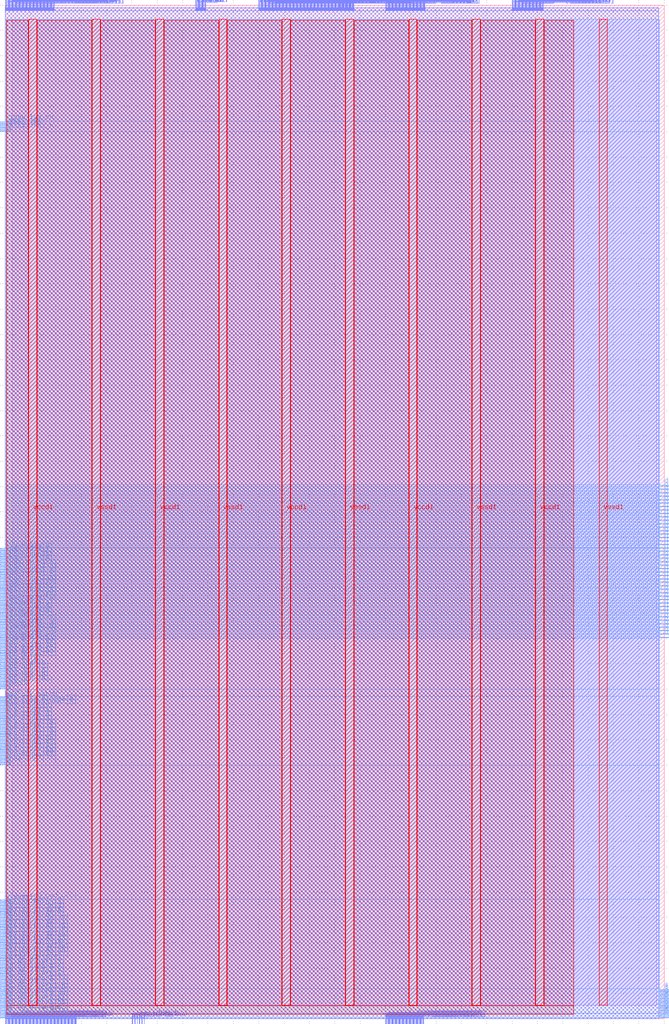
<source format=lef>
VERSION 5.7 ;
  NOWIREEXTENSIONATPIN ON ;
  DIVIDERCHAR "/" ;
  BUSBITCHARS "[]" ;
MACRO pinmux_top
  CLASS BLOCK ;
  FOREIGN pinmux_top ;
  ORIGIN 0.000 0.000 ;
  SIZE 520.000 BY 800.000 ;
  PIN cfg_cska_pinmux[0]
    DIRECTION INPUT ;
    USE SIGNAL ;
    PORT
      LAYER met3 ;
        RECT -4.000 249.600 4.000 250.200 ;
    END
  END cfg_cska_pinmux[0]
  PIN cfg_cska_pinmux[1]
    DIRECTION INPUT ;
    USE SIGNAL ;
    PORT
      LAYER met3 ;
        RECT -4.000 248.240 4.000 248.840 ;
    END
  END cfg_cska_pinmux[1]
  PIN cfg_cska_pinmux[2]
    DIRECTION INPUT ;
    USE SIGNAL ;
    PORT
      LAYER met3 ;
        RECT -4.000 246.880 4.000 247.480 ;
    END
  END cfg_cska_pinmux[2]
  PIN cfg_cska_pinmux[3]
    DIRECTION INPUT ;
    USE SIGNAL ;
    PORT
      LAYER met3 ;
        RECT -4.000 245.520 4.000 246.120 ;
    END
  END cfg_cska_pinmux[3]
  PIN cfg_dc_trim[0]
    DIRECTION OUTPUT TRISTATE ;
    USE SIGNAL ;
    PORT
      LAYER met2 ;
        RECT 330.830 796.000 331.110 804.000 ;
    END
  END cfg_dc_trim[0]
  PIN cfg_dc_trim[10]
    DIRECTION OUTPUT TRISTATE ;
    USE SIGNAL ;
    PORT
      LAYER met2 ;
        RECT 321.630 796.000 321.910 804.000 ;
    END
  END cfg_dc_trim[10]
  PIN cfg_dc_trim[11]
    DIRECTION OUTPUT TRISTATE ;
    USE SIGNAL ;
    PORT
      LAYER met2 ;
        RECT 320.710 796.000 320.990 804.000 ;
    END
  END cfg_dc_trim[11]
  PIN cfg_dc_trim[12]
    DIRECTION OUTPUT TRISTATE ;
    USE SIGNAL ;
    PORT
      LAYER met2 ;
        RECT 319.790 796.000 320.070 804.000 ;
    END
  END cfg_dc_trim[12]
  PIN cfg_dc_trim[13]
    DIRECTION OUTPUT TRISTATE ;
    USE SIGNAL ;
    PORT
      LAYER met2 ;
        RECT 318.870 796.000 319.150 804.000 ;
    END
  END cfg_dc_trim[13]
  PIN cfg_dc_trim[14]
    DIRECTION OUTPUT TRISTATE ;
    USE SIGNAL ;
    PORT
      LAYER met2 ;
        RECT 317.950 796.000 318.230 804.000 ;
    END
  END cfg_dc_trim[14]
  PIN cfg_dc_trim[15]
    DIRECTION OUTPUT TRISTATE ;
    USE SIGNAL ;
    PORT
      LAYER met2 ;
        RECT 317.030 796.000 317.310 804.000 ;
    END
  END cfg_dc_trim[15]
  PIN cfg_dc_trim[16]
    DIRECTION OUTPUT TRISTATE ;
    USE SIGNAL ;
    PORT
      LAYER met2 ;
        RECT 316.110 796.000 316.390 804.000 ;
    END
  END cfg_dc_trim[16]
  PIN cfg_dc_trim[17]
    DIRECTION OUTPUT TRISTATE ;
    USE SIGNAL ;
    PORT
      LAYER met2 ;
        RECT 315.190 796.000 315.470 804.000 ;
    END
  END cfg_dc_trim[17]
  PIN cfg_dc_trim[18]
    DIRECTION OUTPUT TRISTATE ;
    USE SIGNAL ;
    PORT
      LAYER met2 ;
        RECT 314.270 796.000 314.550 804.000 ;
    END
  END cfg_dc_trim[18]
  PIN cfg_dc_trim[19]
    DIRECTION OUTPUT TRISTATE ;
    USE SIGNAL ;
    PORT
      LAYER met2 ;
        RECT 313.350 796.000 313.630 804.000 ;
    END
  END cfg_dc_trim[19]
  PIN cfg_dc_trim[1]
    DIRECTION OUTPUT TRISTATE ;
    USE SIGNAL ;
    PORT
      LAYER met2 ;
        RECT 329.910 796.000 330.190 804.000 ;
    END
  END cfg_dc_trim[1]
  PIN cfg_dc_trim[20]
    DIRECTION OUTPUT TRISTATE ;
    USE SIGNAL ;
    PORT
      LAYER met2 ;
        RECT 312.430 796.000 312.710 804.000 ;
    END
  END cfg_dc_trim[20]
  PIN cfg_dc_trim[21]
    DIRECTION OUTPUT TRISTATE ;
    USE SIGNAL ;
    PORT
      LAYER met2 ;
        RECT 311.510 796.000 311.790 804.000 ;
    END
  END cfg_dc_trim[21]
  PIN cfg_dc_trim[22]
    DIRECTION OUTPUT TRISTATE ;
    USE SIGNAL ;
    PORT
      LAYER met2 ;
        RECT 310.590 796.000 310.870 804.000 ;
    END
  END cfg_dc_trim[22]
  PIN cfg_dc_trim[23]
    DIRECTION OUTPUT TRISTATE ;
    USE SIGNAL ;
    PORT
      LAYER met2 ;
        RECT 309.670 796.000 309.950 804.000 ;
    END
  END cfg_dc_trim[23]
  PIN cfg_dc_trim[24]
    DIRECTION OUTPUT TRISTATE ;
    USE SIGNAL ;
    PORT
      LAYER met2 ;
        RECT 308.750 796.000 309.030 804.000 ;
    END
  END cfg_dc_trim[24]
  PIN cfg_dc_trim[25]
    DIRECTION OUTPUT TRISTATE ;
    USE SIGNAL ;
    PORT
      LAYER met2 ;
        RECT 307.830 796.000 308.110 804.000 ;
    END
  END cfg_dc_trim[25]
  PIN cfg_dc_trim[2]
    DIRECTION OUTPUT TRISTATE ;
    USE SIGNAL ;
    PORT
      LAYER met2 ;
        RECT 328.990 796.000 329.270 804.000 ;
    END
  END cfg_dc_trim[2]
  PIN cfg_dc_trim[3]
    DIRECTION OUTPUT TRISTATE ;
    USE SIGNAL ;
    PORT
      LAYER met2 ;
        RECT 328.070 796.000 328.350 804.000 ;
    END
  END cfg_dc_trim[3]
  PIN cfg_dc_trim[4]
    DIRECTION OUTPUT TRISTATE ;
    USE SIGNAL ;
    PORT
      LAYER met2 ;
        RECT 327.150 796.000 327.430 804.000 ;
    END
  END cfg_dc_trim[4]
  PIN cfg_dc_trim[5]
    DIRECTION OUTPUT TRISTATE ;
    USE SIGNAL ;
    PORT
      LAYER met2 ;
        RECT 326.230 796.000 326.510 804.000 ;
    END
  END cfg_dc_trim[5]
  PIN cfg_dc_trim[6]
    DIRECTION OUTPUT TRISTATE ;
    USE SIGNAL ;
    PORT
      LAYER met2 ;
        RECT 325.310 796.000 325.590 804.000 ;
    END
  END cfg_dc_trim[6]
  PIN cfg_dc_trim[7]
    DIRECTION OUTPUT TRISTATE ;
    USE SIGNAL ;
    PORT
      LAYER met2 ;
        RECT 324.390 796.000 324.670 804.000 ;
    END
  END cfg_dc_trim[7]
  PIN cfg_dc_trim[8]
    DIRECTION OUTPUT TRISTATE ;
    USE SIGNAL ;
    PORT
      LAYER met2 ;
        RECT 323.470 796.000 323.750 804.000 ;
    END
  END cfg_dc_trim[8]
  PIN cfg_dc_trim[9]
    DIRECTION OUTPUT TRISTATE ;
    USE SIGNAL ;
    PORT
      LAYER met2 ;
        RECT 322.550 796.000 322.830 804.000 ;
    END
  END cfg_dc_trim[9]
  PIN cfg_dco_mode
    DIRECTION OUTPUT TRISTATE ;
    USE SIGNAL ;
    PORT
      LAYER met2 ;
        RECT 300.470 796.000 300.750 804.000 ;
    END
  END cfg_dco_mode
  PIN cfg_pll_enb
    DIRECTION OUTPUT TRISTATE ;
    USE SIGNAL ;
    PORT
      LAYER met2 ;
        RECT 301.390 796.000 301.670 804.000 ;
    END
  END cfg_pll_enb
  PIN cfg_pll_fed_div[0]
    DIRECTION OUTPUT TRISTATE ;
    USE SIGNAL ;
    PORT
      LAYER met2 ;
        RECT 306.910 796.000 307.190 804.000 ;
    END
  END cfg_pll_fed_div[0]
  PIN cfg_pll_fed_div[1]
    DIRECTION OUTPUT TRISTATE ;
    USE SIGNAL ;
    PORT
      LAYER met2 ;
        RECT 305.990 796.000 306.270 804.000 ;
    END
  END cfg_pll_fed_div[1]
  PIN cfg_pll_fed_div[2]
    DIRECTION OUTPUT TRISTATE ;
    USE SIGNAL ;
    PORT
      LAYER met2 ;
        RECT 305.070 796.000 305.350 804.000 ;
    END
  END cfg_pll_fed_div[2]
  PIN cfg_pll_fed_div[3]
    DIRECTION OUTPUT TRISTATE ;
    USE SIGNAL ;
    PORT
      LAYER met2 ;
        RECT 304.150 796.000 304.430 804.000 ;
    END
  END cfg_pll_fed_div[3]
  PIN cfg_pll_fed_div[4]
    DIRECTION OUTPUT TRISTATE ;
    USE SIGNAL ;
    PORT
      LAYER met2 ;
        RECT 303.230 796.000 303.510 804.000 ;
    END
  END cfg_pll_fed_div[4]
  PIN cfg_riscv_ctrl[0]
    DIRECTION OUTPUT TRISTATE ;
    USE SIGNAL ;
    PORT
      LAYER met2 ;
        RECT 24.470 -4.000 24.750 4.000 ;
    END
  END cfg_riscv_ctrl[0]
  PIN cfg_riscv_ctrl[10]
    DIRECTION OUTPUT TRISTATE ;
    USE SIGNAL ;
    PORT
      LAYER met2 ;
        RECT 15.270 -4.000 15.550 4.000 ;
    END
  END cfg_riscv_ctrl[10]
  PIN cfg_riscv_ctrl[11]
    DIRECTION OUTPUT TRISTATE ;
    USE SIGNAL ;
    PORT
      LAYER met2 ;
        RECT 14.350 -4.000 14.630 4.000 ;
    END
  END cfg_riscv_ctrl[11]
  PIN cfg_riscv_ctrl[12]
    DIRECTION OUTPUT TRISTATE ;
    USE SIGNAL ;
    PORT
      LAYER met2 ;
        RECT 13.430 -4.000 13.710 4.000 ;
    END
  END cfg_riscv_ctrl[12]
  PIN cfg_riscv_ctrl[13]
    DIRECTION OUTPUT TRISTATE ;
    USE SIGNAL ;
    PORT
      LAYER met2 ;
        RECT 12.510 -4.000 12.790 4.000 ;
    END
  END cfg_riscv_ctrl[13]
  PIN cfg_riscv_ctrl[14]
    DIRECTION OUTPUT TRISTATE ;
    USE SIGNAL ;
    PORT
      LAYER met2 ;
        RECT 11.590 -4.000 11.870 4.000 ;
    END
  END cfg_riscv_ctrl[14]
  PIN cfg_riscv_ctrl[15]
    DIRECTION OUTPUT TRISTATE ;
    USE SIGNAL ;
    PORT
      LAYER met2 ;
        RECT 10.670 -4.000 10.950 4.000 ;
    END
  END cfg_riscv_ctrl[15]
  PIN cfg_riscv_ctrl[1]
    DIRECTION OUTPUT TRISTATE ;
    USE SIGNAL ;
    PORT
      LAYER met2 ;
        RECT 23.550 -4.000 23.830 4.000 ;
    END
  END cfg_riscv_ctrl[1]
  PIN cfg_riscv_ctrl[2]
    DIRECTION OUTPUT TRISTATE ;
    USE SIGNAL ;
    PORT
      LAYER met2 ;
        RECT 22.630 -4.000 22.910 4.000 ;
    END
  END cfg_riscv_ctrl[2]
  PIN cfg_riscv_ctrl[3]
    DIRECTION OUTPUT TRISTATE ;
    USE SIGNAL ;
    PORT
      LAYER met2 ;
        RECT 21.710 -4.000 21.990 4.000 ;
    END
  END cfg_riscv_ctrl[3]
  PIN cfg_riscv_ctrl[4]
    DIRECTION OUTPUT TRISTATE ;
    USE SIGNAL ;
    PORT
      LAYER met2 ;
        RECT 20.790 -4.000 21.070 4.000 ;
    END
  END cfg_riscv_ctrl[4]
  PIN cfg_riscv_ctrl[5]
    DIRECTION OUTPUT TRISTATE ;
    USE SIGNAL ;
    PORT
      LAYER met2 ;
        RECT 19.870 -4.000 20.150 4.000 ;
    END
  END cfg_riscv_ctrl[5]
  PIN cfg_riscv_ctrl[6]
    DIRECTION OUTPUT TRISTATE ;
    USE SIGNAL ;
    PORT
      LAYER met2 ;
        RECT 18.950 -4.000 19.230 4.000 ;
    END
  END cfg_riscv_ctrl[6]
  PIN cfg_riscv_ctrl[7]
    DIRECTION OUTPUT TRISTATE ;
    USE SIGNAL ;
    PORT
      LAYER met2 ;
        RECT 18.030 -4.000 18.310 4.000 ;
    END
  END cfg_riscv_ctrl[7]
  PIN cfg_riscv_ctrl[8]
    DIRECTION OUTPUT TRISTATE ;
    USE SIGNAL ;
    PORT
      LAYER met2 ;
        RECT 17.110 -4.000 17.390 4.000 ;
    END
  END cfg_riscv_ctrl[8]
  PIN cfg_riscv_ctrl[9]
    DIRECTION OUTPUT TRISTATE ;
    USE SIGNAL ;
    PORT
      LAYER met2 ;
        RECT 16.190 -4.000 16.470 4.000 ;
    END
  END cfg_riscv_ctrl[9]
  PIN cfg_strap_pad_ctrl
    DIRECTION INPUT ;
    USE SIGNAL ;
    PORT
      LAYER met3 ;
        RECT -4.000 93.200 4.000 93.800 ;
    END
  END cfg_strap_pad_ctrl
  PIN cpu_clk
    DIRECTION INPUT ;
    USE SIGNAL ;
    PORT
      LAYER met2 ;
        RECT 329.910 -4.000 330.190 4.000 ;
    END
  END cpu_clk
  PIN cpu_core_rst_n[0]
    DIRECTION OUTPUT TRISTATE ;
    USE SIGNAL ;
    PORT
      LAYER met2 ;
        RECT 3.310 -4.000 3.590 4.000 ;
    END
  END cpu_core_rst_n[0]
  PIN cpu_core_rst_n[1]
    DIRECTION OUTPUT TRISTATE ;
    USE SIGNAL ;
    PORT
      LAYER met2 ;
        RECT 2.390 -4.000 2.670 4.000 ;
    END
  END cpu_core_rst_n[1]
  PIN cpu_core_rst_n[2]
    DIRECTION OUTPUT TRISTATE ;
    USE SIGNAL ;
    PORT
      LAYER met2 ;
        RECT 1.470 -4.000 1.750 4.000 ;
    END
  END cpu_core_rst_n[2]
  PIN cpu_core_rst_n[3]
    DIRECTION OUTPUT TRISTATE ;
    USE SIGNAL ;
    PORT
      LAYER met2 ;
        RECT 0.550 -4.000 0.830 4.000 ;
    END
  END cpu_core_rst_n[3]
  PIN cpu_intf_rst_n
    DIRECTION OUTPUT TRISTATE ;
    USE SIGNAL ;
    PORT
      LAYER met2 ;
        RECT 4.230 -4.000 4.510 4.000 ;
    END
  END cpu_intf_rst_n
  PIN digital_io_in[0]
    DIRECTION INPUT ;
    USE SIGNAL ;
    PORT
      LAYER met3 ;
        RECT 516.000 300.600 524.000 301.200 ;
    END
  END digital_io_in[0]
  PIN digital_io_in[10]
    DIRECTION INPUT ;
    USE SIGNAL ;
    PORT
      LAYER met3 ;
        RECT 516.000 382.200 524.000 382.800 ;
    END
  END digital_io_in[10]
  PIN digital_io_in[11]
    DIRECTION INPUT ;
    USE SIGNAL ;
    PORT
      LAYER met3 ;
        RECT 516.000 390.360 524.000 390.960 ;
    END
  END digital_io_in[11]
  PIN digital_io_in[12]
    DIRECTION INPUT ;
    USE SIGNAL ;
    PORT
      LAYER met3 ;
        RECT 516.000 398.520 524.000 399.120 ;
    END
  END digital_io_in[12]
  PIN digital_io_in[13]
    DIRECTION INPUT ;
    USE SIGNAL ;
    PORT
      LAYER met3 ;
        RECT 516.000 406.680 524.000 407.280 ;
    END
  END digital_io_in[13]
  PIN digital_io_in[14]
    DIRECTION INPUT ;
    USE SIGNAL ;
    PORT
      LAYER met3 ;
        RECT 516.000 414.840 524.000 415.440 ;
    END
  END digital_io_in[14]
  PIN digital_io_in[15]
    DIRECTION INPUT ;
    USE SIGNAL ;
    PORT
      LAYER met2 ;
        RECT 422.370 796.000 422.650 804.000 ;
    END
  END digital_io_in[15]
  PIN digital_io_in[16]
    DIRECTION INPUT ;
    USE SIGNAL ;
    PORT
      LAYER met2 ;
        RECT 419.610 796.000 419.890 804.000 ;
    END
  END digital_io_in[16]
  PIN digital_io_in[17]
    DIRECTION INPUT ;
    USE SIGNAL ;
    PORT
      LAYER met2 ;
        RECT 416.850 796.000 417.130 804.000 ;
    END
  END digital_io_in[17]
  PIN digital_io_in[18]
    DIRECTION INPUT ;
    USE SIGNAL ;
    PORT
      LAYER met2 ;
        RECT 414.090 796.000 414.370 804.000 ;
    END
  END digital_io_in[18]
  PIN digital_io_in[19]
    DIRECTION INPUT ;
    USE SIGNAL ;
    PORT
      LAYER met2 ;
        RECT 411.330 796.000 411.610 804.000 ;
    END
  END digital_io_in[19]
  PIN digital_io_in[1]
    DIRECTION INPUT ;
    USE SIGNAL ;
    PORT
      LAYER met3 ;
        RECT 516.000 308.760 524.000 309.360 ;
    END
  END digital_io_in[1]
  PIN digital_io_in[20]
    DIRECTION INPUT ;
    USE SIGNAL ;
    PORT
      LAYER met2 ;
        RECT 408.570 796.000 408.850 804.000 ;
    END
  END digital_io_in[20]
  PIN digital_io_in[21]
    DIRECTION INPUT ;
    USE SIGNAL ;
    PORT
      LAYER met2 ;
        RECT 405.810 796.000 406.090 804.000 ;
    END
  END digital_io_in[21]
  PIN digital_io_in[22]
    DIRECTION INPUT ;
    USE SIGNAL ;
    PORT
      LAYER met2 ;
        RECT 403.050 796.000 403.330 804.000 ;
    END
  END digital_io_in[22]
  PIN digital_io_in[23]
    DIRECTION INPUT ;
    USE SIGNAL ;
    PORT
      LAYER met2 ;
        RECT 400.290 796.000 400.570 804.000 ;
    END
  END digital_io_in[23]
  PIN digital_io_in[24]
    DIRECTION INPUT ;
    USE SIGNAL ;
    PORT
      LAYER met2 ;
        RECT 38.270 796.000 38.550 804.000 ;
    END
  END digital_io_in[24]
  PIN digital_io_in[25]
    DIRECTION INPUT ;
    USE SIGNAL ;
    PORT
      LAYER met2 ;
        RECT 35.510 796.000 35.790 804.000 ;
    END
  END digital_io_in[25]
  PIN digital_io_in[26]
    DIRECTION INPUT ;
    USE SIGNAL ;
    PORT
      LAYER met2 ;
        RECT 32.750 796.000 33.030 804.000 ;
    END
  END digital_io_in[26]
  PIN digital_io_in[27]
    DIRECTION INPUT ;
    USE SIGNAL ;
    PORT
      LAYER met2 ;
        RECT 29.990 796.000 30.270 804.000 ;
    END
  END digital_io_in[27]
  PIN digital_io_in[28]
    DIRECTION INPUT ;
    USE SIGNAL ;
    PORT
      LAYER met2 ;
        RECT 27.230 796.000 27.510 804.000 ;
    END
  END digital_io_in[28]
  PIN digital_io_in[29]
    DIRECTION INPUT ;
    USE SIGNAL ;
    PORT
      LAYER met2 ;
        RECT 24.470 796.000 24.750 804.000 ;
    END
  END digital_io_in[29]
  PIN digital_io_in[2]
    DIRECTION INPUT ;
    USE SIGNAL ;
    PORT
      LAYER met3 ;
        RECT 516.000 316.920 524.000 317.520 ;
    END
  END digital_io_in[2]
  PIN digital_io_in[30]
    DIRECTION INPUT ;
    USE SIGNAL ;
    PORT
      LAYER met2 ;
        RECT 21.710 796.000 21.990 804.000 ;
    END
  END digital_io_in[30]
  PIN digital_io_in[31]
    DIRECTION INPUT ;
    USE SIGNAL ;
    PORT
      LAYER met2 ;
        RECT 18.950 796.000 19.230 804.000 ;
    END
  END digital_io_in[31]
  PIN digital_io_in[32]
    DIRECTION INPUT ;
    USE SIGNAL ;
    PORT
      LAYER met2 ;
        RECT 16.190 796.000 16.470 804.000 ;
    END
  END digital_io_in[32]
  PIN digital_io_in[33]
    DIRECTION INPUT ;
    USE SIGNAL ;
    PORT
      LAYER met2 ;
        RECT 13.430 796.000 13.710 804.000 ;
    END
  END digital_io_in[33]
  PIN digital_io_in[34]
    DIRECTION INPUT ;
    USE SIGNAL ;
    PORT
      LAYER met2 ;
        RECT 10.670 796.000 10.950 804.000 ;
    END
  END digital_io_in[34]
  PIN digital_io_in[35]
    DIRECTION INPUT ;
    USE SIGNAL ;
    PORT
      LAYER met2 ;
        RECT 7.910 796.000 8.190 804.000 ;
    END
  END digital_io_in[35]
  PIN digital_io_in[36]
    DIRECTION INPUT ;
    USE SIGNAL ;
    PORT
      LAYER met2 ;
        RECT 5.150 796.000 5.430 804.000 ;
    END
  END digital_io_in[36]
  PIN digital_io_in[37]
    DIRECTION INPUT ;
    USE SIGNAL ;
    PORT
      LAYER met2 ;
        RECT 2.390 796.000 2.670 804.000 ;
    END
  END digital_io_in[37]
  PIN digital_io_in[3]
    DIRECTION INPUT ;
    USE SIGNAL ;
    PORT
      LAYER met3 ;
        RECT 516.000 325.080 524.000 325.680 ;
    END
  END digital_io_in[3]
  PIN digital_io_in[4]
    DIRECTION INPUT ;
    USE SIGNAL ;
    PORT
      LAYER met3 ;
        RECT 516.000 333.240 524.000 333.840 ;
    END
  END digital_io_in[4]
  PIN digital_io_in[5]
    DIRECTION INPUT ;
    USE SIGNAL ;
    PORT
      LAYER met3 ;
        RECT 516.000 341.400 524.000 342.000 ;
    END
  END digital_io_in[5]
  PIN digital_io_in[6]
    DIRECTION INPUT ;
    USE SIGNAL ;
    PORT
      LAYER met3 ;
        RECT 516.000 349.560 524.000 350.160 ;
    END
  END digital_io_in[6]
  PIN digital_io_in[7]
    DIRECTION INPUT ;
    USE SIGNAL ;
    PORT
      LAYER met3 ;
        RECT 516.000 357.720 524.000 358.320 ;
    END
  END digital_io_in[7]
  PIN digital_io_in[8]
    DIRECTION INPUT ;
    USE SIGNAL ;
    PORT
      LAYER met3 ;
        RECT 516.000 365.880 524.000 366.480 ;
    END
  END digital_io_in[8]
  PIN digital_io_in[9]
    DIRECTION INPUT ;
    USE SIGNAL ;
    PORT
      LAYER met3 ;
        RECT 516.000 374.040 524.000 374.640 ;
    END
  END digital_io_in[9]
  PIN digital_io_oen[0]
    DIRECTION OUTPUT TRISTATE ;
    USE SIGNAL ;
    PORT
      LAYER met3 ;
        RECT 516.000 306.040 524.000 306.640 ;
    END
  END digital_io_oen[0]
  PIN digital_io_oen[10]
    DIRECTION OUTPUT TRISTATE ;
    USE SIGNAL ;
    PORT
      LAYER met3 ;
        RECT 516.000 387.640 524.000 388.240 ;
    END
  END digital_io_oen[10]
  PIN digital_io_oen[11]
    DIRECTION OUTPUT TRISTATE ;
    USE SIGNAL ;
    PORT
      LAYER met3 ;
        RECT 516.000 395.800 524.000 396.400 ;
    END
  END digital_io_oen[11]
  PIN digital_io_oen[12]
    DIRECTION OUTPUT TRISTATE ;
    USE SIGNAL ;
    PORT
      LAYER met3 ;
        RECT 516.000 403.960 524.000 404.560 ;
    END
  END digital_io_oen[12]
  PIN digital_io_oen[13]
    DIRECTION OUTPUT TRISTATE ;
    USE SIGNAL ;
    PORT
      LAYER met3 ;
        RECT 516.000 412.120 524.000 412.720 ;
    END
  END digital_io_oen[13]
  PIN digital_io_oen[14]
    DIRECTION OUTPUT TRISTATE ;
    USE SIGNAL ;
    PORT
      LAYER met3 ;
        RECT 516.000 420.280 524.000 420.880 ;
    END
  END digital_io_oen[14]
  PIN digital_io_oen[15]
    DIRECTION OUTPUT TRISTATE ;
    USE SIGNAL ;
    PORT
      LAYER met2 ;
        RECT 424.210 796.000 424.490 804.000 ;
    END
  END digital_io_oen[15]
  PIN digital_io_oen[16]
    DIRECTION OUTPUT TRISTATE ;
    USE SIGNAL ;
    PORT
      LAYER met2 ;
        RECT 421.450 796.000 421.730 804.000 ;
    END
  END digital_io_oen[16]
  PIN digital_io_oen[17]
    DIRECTION OUTPUT TRISTATE ;
    USE SIGNAL ;
    PORT
      LAYER met2 ;
        RECT 418.690 796.000 418.970 804.000 ;
    END
  END digital_io_oen[17]
  PIN digital_io_oen[18]
    DIRECTION OUTPUT TRISTATE ;
    USE SIGNAL ;
    PORT
      LAYER met2 ;
        RECT 415.930 796.000 416.210 804.000 ;
    END
  END digital_io_oen[18]
  PIN digital_io_oen[19]
    DIRECTION OUTPUT TRISTATE ;
    USE SIGNAL ;
    PORT
      LAYER met2 ;
        RECT 413.170 796.000 413.450 804.000 ;
    END
  END digital_io_oen[19]
  PIN digital_io_oen[1]
    DIRECTION OUTPUT TRISTATE ;
    USE SIGNAL ;
    PORT
      LAYER met3 ;
        RECT 516.000 314.200 524.000 314.800 ;
    END
  END digital_io_oen[1]
  PIN digital_io_oen[20]
    DIRECTION OUTPUT TRISTATE ;
    USE SIGNAL ;
    PORT
      LAYER met2 ;
        RECT 410.410 796.000 410.690 804.000 ;
    END
  END digital_io_oen[20]
  PIN digital_io_oen[21]
    DIRECTION OUTPUT TRISTATE ;
    USE SIGNAL ;
    PORT
      LAYER met2 ;
        RECT 407.650 796.000 407.930 804.000 ;
    END
  END digital_io_oen[21]
  PIN digital_io_oen[22]
    DIRECTION OUTPUT TRISTATE ;
    USE SIGNAL ;
    PORT
      LAYER met2 ;
        RECT 404.890 796.000 405.170 804.000 ;
    END
  END digital_io_oen[22]
  PIN digital_io_oen[23]
    DIRECTION OUTPUT TRISTATE ;
    USE SIGNAL ;
    PORT
      LAYER met2 ;
        RECT 402.130 796.000 402.410 804.000 ;
    END
  END digital_io_oen[23]
  PIN digital_io_oen[24]
    DIRECTION OUTPUT TRISTATE ;
    USE SIGNAL ;
    PORT
      LAYER met2 ;
        RECT 36.430 796.000 36.710 804.000 ;
    END
  END digital_io_oen[24]
  PIN digital_io_oen[25]
    DIRECTION OUTPUT TRISTATE ;
    USE SIGNAL ;
    PORT
      LAYER met2 ;
        RECT 33.670 796.000 33.950 804.000 ;
    END
  END digital_io_oen[25]
  PIN digital_io_oen[26]
    DIRECTION OUTPUT TRISTATE ;
    USE SIGNAL ;
    PORT
      LAYER met2 ;
        RECT 30.910 796.000 31.190 804.000 ;
    END
  END digital_io_oen[26]
  PIN digital_io_oen[27]
    DIRECTION OUTPUT TRISTATE ;
    USE SIGNAL ;
    PORT
      LAYER met2 ;
        RECT 28.150 796.000 28.430 804.000 ;
    END
  END digital_io_oen[27]
  PIN digital_io_oen[28]
    DIRECTION OUTPUT TRISTATE ;
    USE SIGNAL ;
    PORT
      LAYER met2 ;
        RECT 25.390 796.000 25.670 804.000 ;
    END
  END digital_io_oen[28]
  PIN digital_io_oen[29]
    DIRECTION OUTPUT TRISTATE ;
    USE SIGNAL ;
    PORT
      LAYER met2 ;
        RECT 22.630 796.000 22.910 804.000 ;
    END
  END digital_io_oen[29]
  PIN digital_io_oen[2]
    DIRECTION OUTPUT TRISTATE ;
    USE SIGNAL ;
    PORT
      LAYER met3 ;
        RECT 516.000 322.360 524.000 322.960 ;
    END
  END digital_io_oen[2]
  PIN digital_io_oen[30]
    DIRECTION OUTPUT TRISTATE ;
    USE SIGNAL ;
    PORT
      LAYER met2 ;
        RECT 19.870 796.000 20.150 804.000 ;
    END
  END digital_io_oen[30]
  PIN digital_io_oen[31]
    DIRECTION OUTPUT TRISTATE ;
    USE SIGNAL ;
    PORT
      LAYER met2 ;
        RECT 17.110 796.000 17.390 804.000 ;
    END
  END digital_io_oen[31]
  PIN digital_io_oen[32]
    DIRECTION OUTPUT TRISTATE ;
    USE SIGNAL ;
    PORT
      LAYER met2 ;
        RECT 14.350 796.000 14.630 804.000 ;
    END
  END digital_io_oen[32]
  PIN digital_io_oen[33]
    DIRECTION OUTPUT TRISTATE ;
    USE SIGNAL ;
    PORT
      LAYER met2 ;
        RECT 11.590 796.000 11.870 804.000 ;
    END
  END digital_io_oen[33]
  PIN digital_io_oen[34]
    DIRECTION OUTPUT TRISTATE ;
    USE SIGNAL ;
    PORT
      LAYER met2 ;
        RECT 8.830 796.000 9.110 804.000 ;
    END
  END digital_io_oen[34]
  PIN digital_io_oen[35]
    DIRECTION OUTPUT TRISTATE ;
    USE SIGNAL ;
    PORT
      LAYER met2 ;
        RECT 6.070 796.000 6.350 804.000 ;
    END
  END digital_io_oen[35]
  PIN digital_io_oen[36]
    DIRECTION OUTPUT TRISTATE ;
    USE SIGNAL ;
    PORT
      LAYER met2 ;
        RECT 3.310 796.000 3.590 804.000 ;
    END
  END digital_io_oen[36]
  PIN digital_io_oen[37]
    DIRECTION OUTPUT TRISTATE ;
    USE SIGNAL ;
    PORT
      LAYER met2 ;
        RECT 0.550 796.000 0.830 804.000 ;
    END
  END digital_io_oen[37]
  PIN digital_io_oen[3]
    DIRECTION OUTPUT TRISTATE ;
    USE SIGNAL ;
    PORT
      LAYER met3 ;
        RECT 516.000 330.520 524.000 331.120 ;
    END
  END digital_io_oen[3]
  PIN digital_io_oen[4]
    DIRECTION OUTPUT TRISTATE ;
    USE SIGNAL ;
    PORT
      LAYER met3 ;
        RECT 516.000 338.680 524.000 339.280 ;
    END
  END digital_io_oen[4]
  PIN digital_io_oen[5]
    DIRECTION OUTPUT TRISTATE ;
    USE SIGNAL ;
    PORT
      LAYER met3 ;
        RECT 516.000 346.840 524.000 347.440 ;
    END
  END digital_io_oen[5]
  PIN digital_io_oen[6]
    DIRECTION OUTPUT TRISTATE ;
    USE SIGNAL ;
    PORT
      LAYER met3 ;
        RECT 516.000 355.000 524.000 355.600 ;
    END
  END digital_io_oen[6]
  PIN digital_io_oen[7]
    DIRECTION OUTPUT TRISTATE ;
    USE SIGNAL ;
    PORT
      LAYER met3 ;
        RECT 516.000 363.160 524.000 363.760 ;
    END
  END digital_io_oen[7]
  PIN digital_io_oen[8]
    DIRECTION OUTPUT TRISTATE ;
    USE SIGNAL ;
    PORT
      LAYER met3 ;
        RECT 516.000 371.320 524.000 371.920 ;
    END
  END digital_io_oen[8]
  PIN digital_io_oen[9]
    DIRECTION OUTPUT TRISTATE ;
    USE SIGNAL ;
    PORT
      LAYER met3 ;
        RECT 516.000 379.480 524.000 380.080 ;
    END
  END digital_io_oen[9]
  PIN digital_io_out[0]
    DIRECTION OUTPUT TRISTATE ;
    USE SIGNAL ;
    PORT
      LAYER met3 ;
        RECT 516.000 303.320 524.000 303.920 ;
    END
  END digital_io_out[0]
  PIN digital_io_out[10]
    DIRECTION OUTPUT TRISTATE ;
    USE SIGNAL ;
    PORT
      LAYER met3 ;
        RECT 516.000 384.920 524.000 385.520 ;
    END
  END digital_io_out[10]
  PIN digital_io_out[11]
    DIRECTION OUTPUT TRISTATE ;
    USE SIGNAL ;
    PORT
      LAYER met3 ;
        RECT 516.000 393.080 524.000 393.680 ;
    END
  END digital_io_out[11]
  PIN digital_io_out[12]
    DIRECTION OUTPUT TRISTATE ;
    USE SIGNAL ;
    PORT
      LAYER met3 ;
        RECT 516.000 401.240 524.000 401.840 ;
    END
  END digital_io_out[12]
  PIN digital_io_out[13]
    DIRECTION OUTPUT TRISTATE ;
    USE SIGNAL ;
    PORT
      LAYER met3 ;
        RECT 516.000 409.400 524.000 410.000 ;
    END
  END digital_io_out[13]
  PIN digital_io_out[14]
    DIRECTION OUTPUT TRISTATE ;
    USE SIGNAL ;
    PORT
      LAYER met3 ;
        RECT 516.000 417.560 524.000 418.160 ;
    END
  END digital_io_out[14]
  PIN digital_io_out[15]
    DIRECTION OUTPUT TRISTATE ;
    USE SIGNAL ;
    PORT
      LAYER met2 ;
        RECT 423.290 796.000 423.570 804.000 ;
    END
  END digital_io_out[15]
  PIN digital_io_out[16]
    DIRECTION OUTPUT TRISTATE ;
    USE SIGNAL ;
    PORT
      LAYER met2 ;
        RECT 420.530 796.000 420.810 804.000 ;
    END
  END digital_io_out[16]
  PIN digital_io_out[17]
    DIRECTION OUTPUT TRISTATE ;
    USE SIGNAL ;
    PORT
      LAYER met2 ;
        RECT 417.770 796.000 418.050 804.000 ;
    END
  END digital_io_out[17]
  PIN digital_io_out[18]
    DIRECTION OUTPUT TRISTATE ;
    USE SIGNAL ;
    PORT
      LAYER met2 ;
        RECT 415.010 796.000 415.290 804.000 ;
    END
  END digital_io_out[18]
  PIN digital_io_out[19]
    DIRECTION OUTPUT TRISTATE ;
    USE SIGNAL ;
    PORT
      LAYER met2 ;
        RECT 412.250 796.000 412.530 804.000 ;
    END
  END digital_io_out[19]
  PIN digital_io_out[1]
    DIRECTION OUTPUT TRISTATE ;
    USE SIGNAL ;
    PORT
      LAYER met3 ;
        RECT 516.000 311.480 524.000 312.080 ;
    END
  END digital_io_out[1]
  PIN digital_io_out[20]
    DIRECTION OUTPUT TRISTATE ;
    USE SIGNAL ;
    PORT
      LAYER met2 ;
        RECT 409.490 796.000 409.770 804.000 ;
    END
  END digital_io_out[20]
  PIN digital_io_out[21]
    DIRECTION OUTPUT TRISTATE ;
    USE SIGNAL ;
    PORT
      LAYER met2 ;
        RECT 406.730 796.000 407.010 804.000 ;
    END
  END digital_io_out[21]
  PIN digital_io_out[22]
    DIRECTION OUTPUT TRISTATE ;
    USE SIGNAL ;
    PORT
      LAYER met2 ;
        RECT 403.970 796.000 404.250 804.000 ;
    END
  END digital_io_out[22]
  PIN digital_io_out[23]
    DIRECTION OUTPUT TRISTATE ;
    USE SIGNAL ;
    PORT
      LAYER met2 ;
        RECT 401.210 796.000 401.490 804.000 ;
    END
  END digital_io_out[23]
  PIN digital_io_out[24]
    DIRECTION OUTPUT TRISTATE ;
    USE SIGNAL ;
    PORT
      LAYER met2 ;
        RECT 37.350 796.000 37.630 804.000 ;
    END
  END digital_io_out[24]
  PIN digital_io_out[25]
    DIRECTION OUTPUT TRISTATE ;
    USE SIGNAL ;
    PORT
      LAYER met2 ;
        RECT 34.590 796.000 34.870 804.000 ;
    END
  END digital_io_out[25]
  PIN digital_io_out[26]
    DIRECTION OUTPUT TRISTATE ;
    USE SIGNAL ;
    PORT
      LAYER met2 ;
        RECT 31.830 796.000 32.110 804.000 ;
    END
  END digital_io_out[26]
  PIN digital_io_out[27]
    DIRECTION OUTPUT TRISTATE ;
    USE SIGNAL ;
    PORT
      LAYER met2 ;
        RECT 29.070 796.000 29.350 804.000 ;
    END
  END digital_io_out[27]
  PIN digital_io_out[28]
    DIRECTION OUTPUT TRISTATE ;
    USE SIGNAL ;
    PORT
      LAYER met2 ;
        RECT 26.310 796.000 26.590 804.000 ;
    END
  END digital_io_out[28]
  PIN digital_io_out[29]
    DIRECTION OUTPUT TRISTATE ;
    USE SIGNAL ;
    PORT
      LAYER met2 ;
        RECT 23.550 796.000 23.830 804.000 ;
    END
  END digital_io_out[29]
  PIN digital_io_out[2]
    DIRECTION OUTPUT TRISTATE ;
    USE SIGNAL ;
    PORT
      LAYER met3 ;
        RECT 516.000 319.640 524.000 320.240 ;
    END
  END digital_io_out[2]
  PIN digital_io_out[30]
    DIRECTION OUTPUT TRISTATE ;
    USE SIGNAL ;
    PORT
      LAYER met2 ;
        RECT 20.790 796.000 21.070 804.000 ;
    END
  END digital_io_out[30]
  PIN digital_io_out[31]
    DIRECTION OUTPUT TRISTATE ;
    USE SIGNAL ;
    PORT
      LAYER met2 ;
        RECT 18.030 796.000 18.310 804.000 ;
    END
  END digital_io_out[31]
  PIN digital_io_out[32]
    DIRECTION OUTPUT TRISTATE ;
    USE SIGNAL ;
    PORT
      LAYER met2 ;
        RECT 15.270 796.000 15.550 804.000 ;
    END
  END digital_io_out[32]
  PIN digital_io_out[33]
    DIRECTION OUTPUT TRISTATE ;
    USE SIGNAL ;
    PORT
      LAYER met2 ;
        RECT 12.510 796.000 12.790 804.000 ;
    END
  END digital_io_out[33]
  PIN digital_io_out[34]
    DIRECTION OUTPUT TRISTATE ;
    USE SIGNAL ;
    PORT
      LAYER met2 ;
        RECT 9.750 796.000 10.030 804.000 ;
    END
  END digital_io_out[34]
  PIN digital_io_out[35]
    DIRECTION OUTPUT TRISTATE ;
    USE SIGNAL ;
    PORT
      LAYER met2 ;
        RECT 6.990 796.000 7.270 804.000 ;
    END
  END digital_io_out[35]
  PIN digital_io_out[36]
    DIRECTION OUTPUT TRISTATE ;
    USE SIGNAL ;
    PORT
      LAYER met2 ;
        RECT 4.230 796.000 4.510 804.000 ;
    END
  END digital_io_out[36]
  PIN digital_io_out[37]
    DIRECTION OUTPUT TRISTATE ;
    USE SIGNAL ;
    PORT
      LAYER met2 ;
        RECT 1.470 796.000 1.750 804.000 ;
    END
  END digital_io_out[37]
  PIN digital_io_out[3]
    DIRECTION OUTPUT TRISTATE ;
    USE SIGNAL ;
    PORT
      LAYER met3 ;
        RECT 516.000 327.800 524.000 328.400 ;
    END
  END digital_io_out[3]
  PIN digital_io_out[4]
    DIRECTION OUTPUT TRISTATE ;
    USE SIGNAL ;
    PORT
      LAYER met3 ;
        RECT 516.000 335.960 524.000 336.560 ;
    END
  END digital_io_out[4]
  PIN digital_io_out[5]
    DIRECTION OUTPUT TRISTATE ;
    USE SIGNAL ;
    PORT
      LAYER met3 ;
        RECT 516.000 344.120 524.000 344.720 ;
    END
  END digital_io_out[5]
  PIN digital_io_out[6]
    DIRECTION OUTPUT TRISTATE ;
    USE SIGNAL ;
    PORT
      LAYER met3 ;
        RECT 516.000 352.280 524.000 352.880 ;
    END
  END digital_io_out[6]
  PIN digital_io_out[7]
    DIRECTION OUTPUT TRISTATE ;
    USE SIGNAL ;
    PORT
      LAYER met3 ;
        RECT 516.000 360.440 524.000 361.040 ;
    END
  END digital_io_out[7]
  PIN digital_io_out[8]
    DIRECTION OUTPUT TRISTATE ;
    USE SIGNAL ;
    PORT
      LAYER met3 ;
        RECT 516.000 368.600 524.000 369.200 ;
    END
  END digital_io_out[8]
  PIN digital_io_out[9]
    DIRECTION OUTPUT TRISTATE ;
    USE SIGNAL ;
    PORT
      LAYER met3 ;
        RECT 516.000 376.760 524.000 377.360 ;
    END
  END digital_io_out[9]
  PIN e_reset_n
    DIRECTION INPUT ;
    USE SIGNAL ;
    PORT
      LAYER met3 ;
        RECT -4.000 91.840 4.000 92.440 ;
    END
  END e_reset_n
  PIN i2cm_clk_i
    DIRECTION OUTPUT TRISTATE ;
    USE SIGNAL ;
    PORT
      LAYER met2 ;
        RECT 37.350 -4.000 37.630 4.000 ;
    END
  END i2cm_clk_i
  PIN i2cm_clk_o
    DIRECTION INPUT ;
    USE SIGNAL ;
    PORT
      LAYER met2 ;
        RECT 36.430 -4.000 36.710 4.000 ;
    END
  END i2cm_clk_o
  PIN i2cm_clk_oen
    DIRECTION INPUT ;
    USE SIGNAL ;
    PORT
      LAYER met2 ;
        RECT 38.270 -4.000 38.550 4.000 ;
    END
  END i2cm_clk_oen
  PIN i2cm_data_i
    DIRECTION OUTPUT TRISTATE ;
    USE SIGNAL ;
    PORT
      LAYER met2 ;
        RECT 41.030 -4.000 41.310 4.000 ;
    END
  END i2cm_data_i
  PIN i2cm_data_o
    DIRECTION INPUT ;
    USE SIGNAL ;
    PORT
      LAYER met2 ;
        RECT 40.110 -4.000 40.390 4.000 ;
    END
  END i2cm_data_o
  PIN i2cm_data_oen
    DIRECTION INPUT ;
    USE SIGNAL ;
    PORT
      LAYER met2 ;
        RECT 39.190 -4.000 39.470 4.000 ;
    END
  END i2cm_data_oen
  PIN i2cm_intr
    DIRECTION INPUT ;
    USE SIGNAL ;
    PORT
      LAYER met2 ;
        RECT 49.310 -4.000 49.590 4.000 ;
    END
  END i2cm_intr
  PIN i2cm_rst_n
    DIRECTION OUTPUT TRISTATE ;
    USE SIGNAL ;
    PORT
      LAYER met2 ;
        RECT 8.830 -4.000 9.110 4.000 ;
    END
  END i2cm_rst_n
  PIN int_pll_clock
    DIRECTION INPUT ;
    USE SIGNAL ;
    PORT
      LAYER met2 ;
        RECT 104.050 -4.000 104.330 4.000 ;
    END
  END int_pll_clock
  PIN ir_intr
    DIRECTION INPUT ;
    USE SIGNAL ;
    PORT
      LAYER met2 ;
        RECT 154.190 796.000 154.470 804.000 ;
    END
  END ir_intr
  PIN ir_rx
    DIRECTION OUTPUT TRISTATE ;
    USE SIGNAL ;
    PORT
      LAYER met2 ;
        RECT 152.350 796.000 152.630 804.000 ;
    END
  END ir_rx
  PIN ir_tx
    DIRECTION INPUT ;
    USE SIGNAL ;
    PORT
      LAYER met2 ;
        RECT 153.270 796.000 153.550 804.000 ;
    END
  END ir_tx
  PIN irq_lines[0]
    DIRECTION OUTPUT TRISTATE ;
    USE SIGNAL ;
    PORT
      LAYER met3 ;
        RECT -4.000 244.160 4.000 244.760 ;
    END
  END irq_lines[0]
  PIN irq_lines[10]
    DIRECTION OUTPUT TRISTATE ;
    USE SIGNAL ;
    PORT
      LAYER met3 ;
        RECT -4.000 230.560 4.000 231.160 ;
    END
  END irq_lines[10]
  PIN irq_lines[11]
    DIRECTION OUTPUT TRISTATE ;
    USE SIGNAL ;
    PORT
      LAYER met3 ;
        RECT -4.000 229.200 4.000 229.800 ;
    END
  END irq_lines[11]
  PIN irq_lines[12]
    DIRECTION OUTPUT TRISTATE ;
    USE SIGNAL ;
    PORT
      LAYER met3 ;
        RECT -4.000 227.840 4.000 228.440 ;
    END
  END irq_lines[12]
  PIN irq_lines[13]
    DIRECTION OUTPUT TRISTATE ;
    USE SIGNAL ;
    PORT
      LAYER met3 ;
        RECT -4.000 226.480 4.000 227.080 ;
    END
  END irq_lines[13]
  PIN irq_lines[14]
    DIRECTION OUTPUT TRISTATE ;
    USE SIGNAL ;
    PORT
      LAYER met3 ;
        RECT -4.000 225.120 4.000 225.720 ;
    END
  END irq_lines[14]
  PIN irq_lines[15]
    DIRECTION OUTPUT TRISTATE ;
    USE SIGNAL ;
    PORT
      LAYER met3 ;
        RECT -4.000 223.760 4.000 224.360 ;
    END
  END irq_lines[15]
  PIN irq_lines[16]
    DIRECTION OUTPUT TRISTATE ;
    USE SIGNAL ;
    PORT
      LAYER met3 ;
        RECT -4.000 222.400 4.000 223.000 ;
    END
  END irq_lines[16]
  PIN irq_lines[17]
    DIRECTION OUTPUT TRISTATE ;
    USE SIGNAL ;
    PORT
      LAYER met3 ;
        RECT -4.000 221.040 4.000 221.640 ;
    END
  END irq_lines[17]
  PIN irq_lines[18]
    DIRECTION OUTPUT TRISTATE ;
    USE SIGNAL ;
    PORT
      LAYER met3 ;
        RECT -4.000 219.680 4.000 220.280 ;
    END
  END irq_lines[18]
  PIN irq_lines[19]
    DIRECTION OUTPUT TRISTATE ;
    USE SIGNAL ;
    PORT
      LAYER met3 ;
        RECT -4.000 218.320 4.000 218.920 ;
    END
  END irq_lines[19]
  PIN irq_lines[1]
    DIRECTION OUTPUT TRISTATE ;
    USE SIGNAL ;
    PORT
      LAYER met3 ;
        RECT -4.000 242.800 4.000 243.400 ;
    END
  END irq_lines[1]
  PIN irq_lines[20]
    DIRECTION OUTPUT TRISTATE ;
    USE SIGNAL ;
    PORT
      LAYER met3 ;
        RECT -4.000 216.960 4.000 217.560 ;
    END
  END irq_lines[20]
  PIN irq_lines[21]
    DIRECTION OUTPUT TRISTATE ;
    USE SIGNAL ;
    PORT
      LAYER met3 ;
        RECT -4.000 215.600 4.000 216.200 ;
    END
  END irq_lines[21]
  PIN irq_lines[22]
    DIRECTION OUTPUT TRISTATE ;
    USE SIGNAL ;
    PORT
      LAYER met3 ;
        RECT -4.000 214.240 4.000 214.840 ;
    END
  END irq_lines[22]
  PIN irq_lines[23]
    DIRECTION OUTPUT TRISTATE ;
    USE SIGNAL ;
    PORT
      LAYER met3 ;
        RECT -4.000 212.880 4.000 213.480 ;
    END
  END irq_lines[23]
  PIN irq_lines[24]
    DIRECTION OUTPUT TRISTATE ;
    USE SIGNAL ;
    PORT
      LAYER met3 ;
        RECT -4.000 211.520 4.000 212.120 ;
    END
  END irq_lines[24]
  PIN irq_lines[25]
    DIRECTION OUTPUT TRISTATE ;
    USE SIGNAL ;
    PORT
      LAYER met3 ;
        RECT -4.000 210.160 4.000 210.760 ;
    END
  END irq_lines[25]
  PIN irq_lines[26]
    DIRECTION OUTPUT TRISTATE ;
    USE SIGNAL ;
    PORT
      LAYER met3 ;
        RECT -4.000 208.800 4.000 209.400 ;
    END
  END irq_lines[26]
  PIN irq_lines[27]
    DIRECTION OUTPUT TRISTATE ;
    USE SIGNAL ;
    PORT
      LAYER met3 ;
        RECT -4.000 207.440 4.000 208.040 ;
    END
  END irq_lines[27]
  PIN irq_lines[28]
    DIRECTION OUTPUT TRISTATE ;
    USE SIGNAL ;
    PORT
      LAYER met3 ;
        RECT -4.000 206.080 4.000 206.680 ;
    END
  END irq_lines[28]
  PIN irq_lines[29]
    DIRECTION OUTPUT TRISTATE ;
    USE SIGNAL ;
    PORT
      LAYER met3 ;
        RECT -4.000 204.720 4.000 205.320 ;
    END
  END irq_lines[29]
  PIN irq_lines[2]
    DIRECTION OUTPUT TRISTATE ;
    USE SIGNAL ;
    PORT
      LAYER met3 ;
        RECT -4.000 241.440 4.000 242.040 ;
    END
  END irq_lines[2]
  PIN irq_lines[30]
    DIRECTION OUTPUT TRISTATE ;
    USE SIGNAL ;
    PORT
      LAYER met3 ;
        RECT -4.000 203.360 4.000 203.960 ;
    END
  END irq_lines[30]
  PIN irq_lines[31]
    DIRECTION OUTPUT TRISTATE ;
    USE SIGNAL ;
    PORT
      LAYER met3 ;
        RECT -4.000 202.000 4.000 202.600 ;
    END
  END irq_lines[31]
  PIN irq_lines[3]
    DIRECTION OUTPUT TRISTATE ;
    USE SIGNAL ;
    PORT
      LAYER met3 ;
        RECT -4.000 240.080 4.000 240.680 ;
    END
  END irq_lines[3]
  PIN irq_lines[4]
    DIRECTION OUTPUT TRISTATE ;
    USE SIGNAL ;
    PORT
      LAYER met3 ;
        RECT -4.000 238.720 4.000 239.320 ;
    END
  END irq_lines[4]
  PIN irq_lines[5]
    DIRECTION OUTPUT TRISTATE ;
    USE SIGNAL ;
    PORT
      LAYER met3 ;
        RECT -4.000 237.360 4.000 237.960 ;
    END
  END irq_lines[5]
  PIN irq_lines[6]
    DIRECTION OUTPUT TRISTATE ;
    USE SIGNAL ;
    PORT
      LAYER met3 ;
        RECT -4.000 236.000 4.000 236.600 ;
    END
  END irq_lines[6]
  PIN irq_lines[7]
    DIRECTION OUTPUT TRISTATE ;
    USE SIGNAL ;
    PORT
      LAYER met3 ;
        RECT -4.000 234.640 4.000 235.240 ;
    END
  END irq_lines[7]
  PIN irq_lines[8]
    DIRECTION OUTPUT TRISTATE ;
    USE SIGNAL ;
    PORT
      LAYER met3 ;
        RECT -4.000 233.280 4.000 233.880 ;
    END
  END irq_lines[8]
  PIN irq_lines[9]
    DIRECTION OUTPUT TRISTATE ;
    USE SIGNAL ;
    PORT
      LAYER met3 ;
        RECT -4.000 231.920 4.000 232.520 ;
    END
  END irq_lines[9]
  PIN mclk
    DIRECTION INPUT ;
    USE SIGNAL ;
    PORT
      LAYER met3 ;
        RECT -4.000 253.680 4.000 254.280 ;
    END
  END mclk
  PIN p_reset_n
    DIRECTION INPUT ;
    USE SIGNAL ;
    PORT
      LAYER met3 ;
        RECT -4.000 90.480 4.000 91.080 ;
    END
  END p_reset_n
  PIN pinmux_debug[0]
    DIRECTION OUTPUT TRISTATE ;
    USE SIGNAL ;
    PORT
      LAYER met2 ;
        RECT 300.470 -4.000 300.750 4.000 ;
    END
  END pinmux_debug[0]
  PIN pinmux_debug[10]
    DIRECTION OUTPUT TRISTATE ;
    USE SIGNAL ;
    PORT
      LAYER met2 ;
        RECT 309.670 -4.000 309.950 4.000 ;
    END
  END pinmux_debug[10]
  PIN pinmux_debug[11]
    DIRECTION OUTPUT TRISTATE ;
    USE SIGNAL ;
    PORT
      LAYER met2 ;
        RECT 310.590 -4.000 310.870 4.000 ;
    END
  END pinmux_debug[11]
  PIN pinmux_debug[12]
    DIRECTION OUTPUT TRISTATE ;
    USE SIGNAL ;
    PORT
      LAYER met2 ;
        RECT 311.510 -4.000 311.790 4.000 ;
    END
  END pinmux_debug[12]
  PIN pinmux_debug[13]
    DIRECTION OUTPUT TRISTATE ;
    USE SIGNAL ;
    PORT
      LAYER met2 ;
        RECT 312.430 -4.000 312.710 4.000 ;
    END
  END pinmux_debug[13]
  PIN pinmux_debug[14]
    DIRECTION OUTPUT TRISTATE ;
    USE SIGNAL ;
    PORT
      LAYER met2 ;
        RECT 313.350 -4.000 313.630 4.000 ;
    END
  END pinmux_debug[14]
  PIN pinmux_debug[15]
    DIRECTION OUTPUT TRISTATE ;
    USE SIGNAL ;
    PORT
      LAYER met2 ;
        RECT 314.270 -4.000 314.550 4.000 ;
    END
  END pinmux_debug[15]
  PIN pinmux_debug[16]
    DIRECTION OUTPUT TRISTATE ;
    USE SIGNAL ;
    PORT
      LAYER met2 ;
        RECT 315.190 -4.000 315.470 4.000 ;
    END
  END pinmux_debug[16]
  PIN pinmux_debug[17]
    DIRECTION OUTPUT TRISTATE ;
    USE SIGNAL ;
    PORT
      LAYER met2 ;
        RECT 316.110 -4.000 316.390 4.000 ;
    END
  END pinmux_debug[17]
  PIN pinmux_debug[18]
    DIRECTION OUTPUT TRISTATE ;
    USE SIGNAL ;
    PORT
      LAYER met2 ;
        RECT 317.030 -4.000 317.310 4.000 ;
    END
  END pinmux_debug[18]
  PIN pinmux_debug[19]
    DIRECTION OUTPUT TRISTATE ;
    USE SIGNAL ;
    PORT
      LAYER met2 ;
        RECT 317.950 -4.000 318.230 4.000 ;
    END
  END pinmux_debug[19]
  PIN pinmux_debug[1]
    DIRECTION OUTPUT TRISTATE ;
    USE SIGNAL ;
    PORT
      LAYER met2 ;
        RECT 301.390 -4.000 301.670 4.000 ;
    END
  END pinmux_debug[1]
  PIN pinmux_debug[20]
    DIRECTION OUTPUT TRISTATE ;
    USE SIGNAL ;
    PORT
      LAYER met2 ;
        RECT 318.870 -4.000 319.150 4.000 ;
    END
  END pinmux_debug[20]
  PIN pinmux_debug[21]
    DIRECTION OUTPUT TRISTATE ;
    USE SIGNAL ;
    PORT
      LAYER met2 ;
        RECT 319.790 -4.000 320.070 4.000 ;
    END
  END pinmux_debug[21]
  PIN pinmux_debug[22]
    DIRECTION OUTPUT TRISTATE ;
    USE SIGNAL ;
    PORT
      LAYER met2 ;
        RECT 320.710 -4.000 320.990 4.000 ;
    END
  END pinmux_debug[22]
  PIN pinmux_debug[23]
    DIRECTION OUTPUT TRISTATE ;
    USE SIGNAL ;
    PORT
      LAYER met2 ;
        RECT 321.630 -4.000 321.910 4.000 ;
    END
  END pinmux_debug[23]
  PIN pinmux_debug[24]
    DIRECTION OUTPUT TRISTATE ;
    USE SIGNAL ;
    PORT
      LAYER met2 ;
        RECT 322.550 -4.000 322.830 4.000 ;
    END
  END pinmux_debug[24]
  PIN pinmux_debug[25]
    DIRECTION OUTPUT TRISTATE ;
    USE SIGNAL ;
    PORT
      LAYER met2 ;
        RECT 323.470 -4.000 323.750 4.000 ;
    END
  END pinmux_debug[25]
  PIN pinmux_debug[26]
    DIRECTION OUTPUT TRISTATE ;
    USE SIGNAL ;
    PORT
      LAYER met2 ;
        RECT 324.390 -4.000 324.670 4.000 ;
    END
  END pinmux_debug[26]
  PIN pinmux_debug[27]
    DIRECTION OUTPUT TRISTATE ;
    USE SIGNAL ;
    PORT
      LAYER met2 ;
        RECT 325.310 -4.000 325.590 4.000 ;
    END
  END pinmux_debug[27]
  PIN pinmux_debug[28]
    DIRECTION OUTPUT TRISTATE ;
    USE SIGNAL ;
    PORT
      LAYER met2 ;
        RECT 326.230 -4.000 326.510 4.000 ;
    END
  END pinmux_debug[28]
  PIN pinmux_debug[29]
    DIRECTION OUTPUT TRISTATE ;
    USE SIGNAL ;
    PORT
      LAYER met2 ;
        RECT 327.150 -4.000 327.430 4.000 ;
    END
  END pinmux_debug[29]
  PIN pinmux_debug[2]
    DIRECTION OUTPUT TRISTATE ;
    USE SIGNAL ;
    PORT
      LAYER met2 ;
        RECT 302.310 -4.000 302.590 4.000 ;
    END
  END pinmux_debug[2]
  PIN pinmux_debug[30]
    DIRECTION OUTPUT TRISTATE ;
    USE SIGNAL ;
    PORT
      LAYER met2 ;
        RECT 328.070 -4.000 328.350 4.000 ;
    END
  END pinmux_debug[30]
  PIN pinmux_debug[31]
    DIRECTION OUTPUT TRISTATE ;
    USE SIGNAL ;
    PORT
      LAYER met2 ;
        RECT 328.990 -4.000 329.270 4.000 ;
    END
  END pinmux_debug[31]
  PIN pinmux_debug[3]
    DIRECTION OUTPUT TRISTATE ;
    USE SIGNAL ;
    PORT
      LAYER met2 ;
        RECT 303.230 -4.000 303.510 4.000 ;
    END
  END pinmux_debug[3]
  PIN pinmux_debug[4]
    DIRECTION OUTPUT TRISTATE ;
    USE SIGNAL ;
    PORT
      LAYER met2 ;
        RECT 304.150 -4.000 304.430 4.000 ;
    END
  END pinmux_debug[4]
  PIN pinmux_debug[5]
    DIRECTION OUTPUT TRISTATE ;
    USE SIGNAL ;
    PORT
      LAYER met2 ;
        RECT 305.070 -4.000 305.350 4.000 ;
    END
  END pinmux_debug[5]
  PIN pinmux_debug[6]
    DIRECTION OUTPUT TRISTATE ;
    USE SIGNAL ;
    PORT
      LAYER met2 ;
        RECT 305.990 -4.000 306.270 4.000 ;
    END
  END pinmux_debug[6]
  PIN pinmux_debug[7]
    DIRECTION OUTPUT TRISTATE ;
    USE SIGNAL ;
    PORT
      LAYER met2 ;
        RECT 306.910 -4.000 307.190 4.000 ;
    END
  END pinmux_debug[7]
  PIN pinmux_debug[8]
    DIRECTION OUTPUT TRISTATE ;
    USE SIGNAL ;
    PORT
      LAYER met2 ;
        RECT 307.830 -4.000 308.110 4.000 ;
    END
  END pinmux_debug[8]
  PIN pinmux_debug[9]
    DIRECTION OUTPUT TRISTATE ;
    USE SIGNAL ;
    PORT
      LAYER met2 ;
        RECT 308.750 -4.000 309.030 4.000 ;
    END
  END pinmux_debug[9]
  PIN pll_ref_clk
    DIRECTION OUTPUT TRISTATE ;
    USE SIGNAL ;
    PORT
      LAYER met2 ;
        RECT 302.310 796.000 302.590 804.000 ;
    END
  END pll_ref_clk
  PIN pulse1m_mclk
    DIRECTION OUTPUT TRISTATE ;
    USE SIGNAL ;
    PORT
      LAYER met2 ;
        RECT 48.390 -4.000 48.670 4.000 ;
    END
  END pulse1m_mclk
  PIN qspim_rst_n
    DIRECTION OUTPUT TRISTATE ;
    USE SIGNAL ;
    PORT
      LAYER met2 ;
        RECT 5.150 -4.000 5.430 4.000 ;
    END
  END qspim_rst_n
  PIN reg_ack
    DIRECTION OUTPUT TRISTATE ;
    USE SIGNAL ;
    PORT
      LAYER met3 ;
        RECT -4.000 370.640 4.000 371.240 ;
    END
  END reg_ack
  PIN reg_addr[0]
    DIRECTION INPUT ;
    USE SIGNAL ;
    PORT
      LAYER met3 ;
        RECT -4.000 276.800 4.000 277.400 ;
    END
  END reg_addr[0]
  PIN reg_addr[10]
    DIRECTION INPUT ;
    USE SIGNAL ;
    PORT
      LAYER met3 ;
        RECT -4.000 263.200 4.000 263.800 ;
    END
  END reg_addr[10]
  PIN reg_addr[1]
    DIRECTION INPUT ;
    USE SIGNAL ;
    PORT
      LAYER met3 ;
        RECT -4.000 275.440 4.000 276.040 ;
    END
  END reg_addr[1]
  PIN reg_addr[2]
    DIRECTION INPUT ;
    USE SIGNAL ;
    PORT
      LAYER met3 ;
        RECT -4.000 274.080 4.000 274.680 ;
    END
  END reg_addr[2]
  PIN reg_addr[3]
    DIRECTION INPUT ;
    USE SIGNAL ;
    PORT
      LAYER met3 ;
        RECT -4.000 272.720 4.000 273.320 ;
    END
  END reg_addr[3]
  PIN reg_addr[4]
    DIRECTION INPUT ;
    USE SIGNAL ;
    PORT
      LAYER met3 ;
        RECT -4.000 271.360 4.000 271.960 ;
    END
  END reg_addr[4]
  PIN reg_addr[5]
    DIRECTION INPUT ;
    USE SIGNAL ;
    PORT
      LAYER met3 ;
        RECT -4.000 270.000 4.000 270.600 ;
    END
  END reg_addr[5]
  PIN reg_addr[6]
    DIRECTION INPUT ;
    USE SIGNAL ;
    PORT
      LAYER met3 ;
        RECT -4.000 268.640 4.000 269.240 ;
    END
  END reg_addr[6]
  PIN reg_addr[7]
    DIRECTION INPUT ;
    USE SIGNAL ;
    PORT
      LAYER met3 ;
        RECT -4.000 267.280 4.000 267.880 ;
    END
  END reg_addr[7]
  PIN reg_addr[8]
    DIRECTION INPUT ;
    USE SIGNAL ;
    PORT
      LAYER met3 ;
        RECT -4.000 265.920 4.000 266.520 ;
    END
  END reg_addr[8]
  PIN reg_addr[9]
    DIRECTION INPUT ;
    USE SIGNAL ;
    PORT
      LAYER met3 ;
        RECT -4.000 264.560 4.000 265.160 ;
    END
  END reg_addr[9]
  PIN reg_be[0]
    DIRECTION INPUT ;
    USE SIGNAL ;
    PORT
      LAYER met3 ;
        RECT -4.000 282.240 4.000 282.840 ;
    END
  END reg_be[0]
  PIN reg_be[1]
    DIRECTION INPUT ;
    USE SIGNAL ;
    PORT
      LAYER met3 ;
        RECT -4.000 280.880 4.000 281.480 ;
    END
  END reg_be[1]
  PIN reg_be[2]
    DIRECTION INPUT ;
    USE SIGNAL ;
    PORT
      LAYER met3 ;
        RECT -4.000 279.520 4.000 280.120 ;
    END
  END reg_be[2]
  PIN reg_be[3]
    DIRECTION INPUT ;
    USE SIGNAL ;
    PORT
      LAYER met3 ;
        RECT -4.000 278.160 4.000 278.760 ;
    END
  END reg_be[3]
  PIN reg_cs
    DIRECTION INPUT ;
    USE SIGNAL ;
    PORT
      LAYER met3 ;
        RECT -4.000 260.480 4.000 261.080 ;
    END
  END reg_cs
  PIN reg_peri_ack
    DIRECTION INPUT ;
    USE SIGNAL ;
    PORT
      LAYER met2 ;
        RECT 274.710 796.000 274.990 804.000 ;
    END
  END reg_peri_ack
  PIN reg_peri_addr[0]
    DIRECTION OUTPUT TRISTATE ;
    USE SIGNAL ;
    PORT
      LAYER met2 ;
        RECT 211.230 796.000 211.510 804.000 ;
    END
  END reg_peri_addr[0]
  PIN reg_peri_addr[10]
    DIRECTION OUTPUT TRISTATE ;
    USE SIGNAL ;
    PORT
      LAYER met2 ;
        RECT 202.030 796.000 202.310 804.000 ;
    END
  END reg_peri_addr[10]
  PIN reg_peri_addr[1]
    DIRECTION OUTPUT TRISTATE ;
    USE SIGNAL ;
    PORT
      LAYER met2 ;
        RECT 210.310 796.000 210.590 804.000 ;
    END
  END reg_peri_addr[1]
  PIN reg_peri_addr[2]
    DIRECTION OUTPUT TRISTATE ;
    USE SIGNAL ;
    PORT
      LAYER met2 ;
        RECT 209.390 796.000 209.670 804.000 ;
    END
  END reg_peri_addr[2]
  PIN reg_peri_addr[3]
    DIRECTION OUTPUT TRISTATE ;
    USE SIGNAL ;
    PORT
      LAYER met2 ;
        RECT 208.470 796.000 208.750 804.000 ;
    END
  END reg_peri_addr[3]
  PIN reg_peri_addr[4]
    DIRECTION OUTPUT TRISTATE ;
    USE SIGNAL ;
    PORT
      LAYER met2 ;
        RECT 207.550 796.000 207.830 804.000 ;
    END
  END reg_peri_addr[4]
  PIN reg_peri_addr[5]
    DIRECTION OUTPUT TRISTATE ;
    USE SIGNAL ;
    PORT
      LAYER met2 ;
        RECT 206.630 796.000 206.910 804.000 ;
    END
  END reg_peri_addr[5]
  PIN reg_peri_addr[6]
    DIRECTION OUTPUT TRISTATE ;
    USE SIGNAL ;
    PORT
      LAYER met2 ;
        RECT 205.710 796.000 205.990 804.000 ;
    END
  END reg_peri_addr[6]
  PIN reg_peri_addr[7]
    DIRECTION OUTPUT TRISTATE ;
    USE SIGNAL ;
    PORT
      LAYER met2 ;
        RECT 204.790 796.000 205.070 804.000 ;
    END
  END reg_peri_addr[7]
  PIN reg_peri_addr[8]
    DIRECTION OUTPUT TRISTATE ;
    USE SIGNAL ;
    PORT
      LAYER met2 ;
        RECT 203.870 796.000 204.150 804.000 ;
    END
  END reg_peri_addr[8]
  PIN reg_peri_addr[9]
    DIRECTION OUTPUT TRISTATE ;
    USE SIGNAL ;
    PORT
      LAYER met2 ;
        RECT 202.950 796.000 203.230 804.000 ;
    END
  END reg_peri_addr[9]
  PIN reg_peri_be[0]
    DIRECTION OUTPUT TRISTATE ;
    USE SIGNAL ;
    PORT
      LAYER met2 ;
        RECT 214.910 796.000 215.190 804.000 ;
    END
  END reg_peri_be[0]
  PIN reg_peri_be[1]
    DIRECTION OUTPUT TRISTATE ;
    USE SIGNAL ;
    PORT
      LAYER met2 ;
        RECT 213.990 796.000 214.270 804.000 ;
    END
  END reg_peri_be[1]
  PIN reg_peri_be[2]
    DIRECTION OUTPUT TRISTATE ;
    USE SIGNAL ;
    PORT
      LAYER met2 ;
        RECT 213.070 796.000 213.350 804.000 ;
    END
  END reg_peri_be[2]
  PIN reg_peri_be[3]
    DIRECTION OUTPUT TRISTATE ;
    USE SIGNAL ;
    PORT
      LAYER met2 ;
        RECT 212.150 796.000 212.430 804.000 ;
    END
  END reg_peri_be[3]
  PIN reg_peri_cs
    DIRECTION OUTPUT TRISTATE ;
    USE SIGNAL ;
    PORT
      LAYER met2 ;
        RECT 200.190 796.000 200.470 804.000 ;
    END
  END reg_peri_cs
  PIN reg_peri_rdata[0]
    DIRECTION INPUT ;
    USE SIGNAL ;
    PORT
      LAYER met2 ;
        RECT 273.790 796.000 274.070 804.000 ;
    END
  END reg_peri_rdata[0]
  PIN reg_peri_rdata[10]
    DIRECTION INPUT ;
    USE SIGNAL ;
    PORT
      LAYER met2 ;
        RECT 264.590 796.000 264.870 804.000 ;
    END
  END reg_peri_rdata[10]
  PIN reg_peri_rdata[11]
    DIRECTION INPUT ;
    USE SIGNAL ;
    PORT
      LAYER met2 ;
        RECT 263.670 796.000 263.950 804.000 ;
    END
  END reg_peri_rdata[11]
  PIN reg_peri_rdata[12]
    DIRECTION INPUT ;
    USE SIGNAL ;
    PORT
      LAYER met2 ;
        RECT 262.750 796.000 263.030 804.000 ;
    END
  END reg_peri_rdata[12]
  PIN reg_peri_rdata[13]
    DIRECTION INPUT ;
    USE SIGNAL ;
    PORT
      LAYER met2 ;
        RECT 261.830 796.000 262.110 804.000 ;
    END
  END reg_peri_rdata[13]
  PIN reg_peri_rdata[14]
    DIRECTION INPUT ;
    USE SIGNAL ;
    PORT
      LAYER met2 ;
        RECT 260.910 796.000 261.190 804.000 ;
    END
  END reg_peri_rdata[14]
  PIN reg_peri_rdata[15]
    DIRECTION INPUT ;
    USE SIGNAL ;
    PORT
      LAYER met2 ;
        RECT 259.990 796.000 260.270 804.000 ;
    END
  END reg_peri_rdata[15]
  PIN reg_peri_rdata[16]
    DIRECTION INPUT ;
    USE SIGNAL ;
    PORT
      LAYER met2 ;
        RECT 259.070 796.000 259.350 804.000 ;
    END
  END reg_peri_rdata[16]
  PIN reg_peri_rdata[17]
    DIRECTION INPUT ;
    USE SIGNAL ;
    PORT
      LAYER met2 ;
        RECT 258.150 796.000 258.430 804.000 ;
    END
  END reg_peri_rdata[17]
  PIN reg_peri_rdata[18]
    DIRECTION INPUT ;
    USE SIGNAL ;
    PORT
      LAYER met2 ;
        RECT 257.230 796.000 257.510 804.000 ;
    END
  END reg_peri_rdata[18]
  PIN reg_peri_rdata[19]
    DIRECTION INPUT ;
    USE SIGNAL ;
    PORT
      LAYER met2 ;
        RECT 256.310 796.000 256.590 804.000 ;
    END
  END reg_peri_rdata[19]
  PIN reg_peri_rdata[1]
    DIRECTION INPUT ;
    USE SIGNAL ;
    PORT
      LAYER met2 ;
        RECT 272.870 796.000 273.150 804.000 ;
    END
  END reg_peri_rdata[1]
  PIN reg_peri_rdata[20]
    DIRECTION INPUT ;
    USE SIGNAL ;
    PORT
      LAYER met2 ;
        RECT 255.390 796.000 255.670 804.000 ;
    END
  END reg_peri_rdata[20]
  PIN reg_peri_rdata[21]
    DIRECTION INPUT ;
    USE SIGNAL ;
    PORT
      LAYER met2 ;
        RECT 254.470 796.000 254.750 804.000 ;
    END
  END reg_peri_rdata[21]
  PIN reg_peri_rdata[22]
    DIRECTION INPUT ;
    USE SIGNAL ;
    PORT
      LAYER met2 ;
        RECT 253.550 796.000 253.830 804.000 ;
    END
  END reg_peri_rdata[22]
  PIN reg_peri_rdata[23]
    DIRECTION INPUT ;
    USE SIGNAL ;
    PORT
      LAYER met2 ;
        RECT 252.630 796.000 252.910 804.000 ;
    END
  END reg_peri_rdata[23]
  PIN reg_peri_rdata[24]
    DIRECTION INPUT ;
    USE SIGNAL ;
    PORT
      LAYER met2 ;
        RECT 251.710 796.000 251.990 804.000 ;
    END
  END reg_peri_rdata[24]
  PIN reg_peri_rdata[25]
    DIRECTION INPUT ;
    USE SIGNAL ;
    PORT
      LAYER met2 ;
        RECT 250.790 796.000 251.070 804.000 ;
    END
  END reg_peri_rdata[25]
  PIN reg_peri_rdata[26]
    DIRECTION INPUT ;
    USE SIGNAL ;
    PORT
      LAYER met2 ;
        RECT 249.870 796.000 250.150 804.000 ;
    END
  END reg_peri_rdata[26]
  PIN reg_peri_rdata[27]
    DIRECTION INPUT ;
    USE SIGNAL ;
    PORT
      LAYER met2 ;
        RECT 248.950 796.000 249.230 804.000 ;
    END
  END reg_peri_rdata[27]
  PIN reg_peri_rdata[28]
    DIRECTION INPUT ;
    USE SIGNAL ;
    PORT
      LAYER met2 ;
        RECT 248.030 796.000 248.310 804.000 ;
    END
  END reg_peri_rdata[28]
  PIN reg_peri_rdata[29]
    DIRECTION INPUT ;
    USE SIGNAL ;
    PORT
      LAYER met2 ;
        RECT 247.110 796.000 247.390 804.000 ;
    END
  END reg_peri_rdata[29]
  PIN reg_peri_rdata[2]
    DIRECTION INPUT ;
    USE SIGNAL ;
    PORT
      LAYER met2 ;
        RECT 271.950 796.000 272.230 804.000 ;
    END
  END reg_peri_rdata[2]
  PIN reg_peri_rdata[30]
    DIRECTION INPUT ;
    USE SIGNAL ;
    PORT
      LAYER met2 ;
        RECT 246.190 796.000 246.470 804.000 ;
    END
  END reg_peri_rdata[30]
  PIN reg_peri_rdata[31]
    DIRECTION INPUT ;
    USE SIGNAL ;
    PORT
      LAYER met2 ;
        RECT 245.270 796.000 245.550 804.000 ;
    END
  END reg_peri_rdata[31]
  PIN reg_peri_rdata[3]
    DIRECTION INPUT ;
    USE SIGNAL ;
    PORT
      LAYER met2 ;
        RECT 271.030 796.000 271.310 804.000 ;
    END
  END reg_peri_rdata[3]
  PIN reg_peri_rdata[4]
    DIRECTION INPUT ;
    USE SIGNAL ;
    PORT
      LAYER met2 ;
        RECT 270.110 796.000 270.390 804.000 ;
    END
  END reg_peri_rdata[4]
  PIN reg_peri_rdata[5]
    DIRECTION INPUT ;
    USE SIGNAL ;
    PORT
      LAYER met2 ;
        RECT 269.190 796.000 269.470 804.000 ;
    END
  END reg_peri_rdata[5]
  PIN reg_peri_rdata[6]
    DIRECTION INPUT ;
    USE SIGNAL ;
    PORT
      LAYER met2 ;
        RECT 268.270 796.000 268.550 804.000 ;
    END
  END reg_peri_rdata[6]
  PIN reg_peri_rdata[7]
    DIRECTION INPUT ;
    USE SIGNAL ;
    PORT
      LAYER met2 ;
        RECT 267.350 796.000 267.630 804.000 ;
    END
  END reg_peri_rdata[7]
  PIN reg_peri_rdata[8]
    DIRECTION INPUT ;
    USE SIGNAL ;
    PORT
      LAYER met2 ;
        RECT 266.430 796.000 266.710 804.000 ;
    END
  END reg_peri_rdata[8]
  PIN reg_peri_rdata[9]
    DIRECTION INPUT ;
    USE SIGNAL ;
    PORT
      LAYER met2 ;
        RECT 265.510 796.000 265.790 804.000 ;
    END
  END reg_peri_rdata[9]
  PIN reg_peri_wdata[0]
    DIRECTION OUTPUT TRISTATE ;
    USE SIGNAL ;
    PORT
      LAYER met2 ;
        RECT 244.350 796.000 244.630 804.000 ;
    END
  END reg_peri_wdata[0]
  PIN reg_peri_wdata[10]
    DIRECTION OUTPUT TRISTATE ;
    USE SIGNAL ;
    PORT
      LAYER met2 ;
        RECT 235.150 796.000 235.430 804.000 ;
    END
  END reg_peri_wdata[10]
  PIN reg_peri_wdata[11]
    DIRECTION OUTPUT TRISTATE ;
    USE SIGNAL ;
    PORT
      LAYER met2 ;
        RECT 234.230 796.000 234.510 804.000 ;
    END
  END reg_peri_wdata[11]
  PIN reg_peri_wdata[12]
    DIRECTION OUTPUT TRISTATE ;
    USE SIGNAL ;
    PORT
      LAYER met2 ;
        RECT 233.310 796.000 233.590 804.000 ;
    END
  END reg_peri_wdata[12]
  PIN reg_peri_wdata[13]
    DIRECTION OUTPUT TRISTATE ;
    USE SIGNAL ;
    PORT
      LAYER met2 ;
        RECT 232.390 796.000 232.670 804.000 ;
    END
  END reg_peri_wdata[13]
  PIN reg_peri_wdata[14]
    DIRECTION OUTPUT TRISTATE ;
    USE SIGNAL ;
    PORT
      LAYER met2 ;
        RECT 231.470 796.000 231.750 804.000 ;
    END
  END reg_peri_wdata[14]
  PIN reg_peri_wdata[15]
    DIRECTION OUTPUT TRISTATE ;
    USE SIGNAL ;
    PORT
      LAYER met2 ;
        RECT 230.550 796.000 230.830 804.000 ;
    END
  END reg_peri_wdata[15]
  PIN reg_peri_wdata[16]
    DIRECTION OUTPUT TRISTATE ;
    USE SIGNAL ;
    PORT
      LAYER met2 ;
        RECT 229.630 796.000 229.910 804.000 ;
    END
  END reg_peri_wdata[16]
  PIN reg_peri_wdata[17]
    DIRECTION OUTPUT TRISTATE ;
    USE SIGNAL ;
    PORT
      LAYER met2 ;
        RECT 228.710 796.000 228.990 804.000 ;
    END
  END reg_peri_wdata[17]
  PIN reg_peri_wdata[18]
    DIRECTION OUTPUT TRISTATE ;
    USE SIGNAL ;
    PORT
      LAYER met2 ;
        RECT 227.790 796.000 228.070 804.000 ;
    END
  END reg_peri_wdata[18]
  PIN reg_peri_wdata[19]
    DIRECTION OUTPUT TRISTATE ;
    USE SIGNAL ;
    PORT
      LAYER met2 ;
        RECT 226.870 796.000 227.150 804.000 ;
    END
  END reg_peri_wdata[19]
  PIN reg_peri_wdata[1]
    DIRECTION OUTPUT TRISTATE ;
    USE SIGNAL ;
    PORT
      LAYER met2 ;
        RECT 243.430 796.000 243.710 804.000 ;
    END
  END reg_peri_wdata[1]
  PIN reg_peri_wdata[20]
    DIRECTION OUTPUT TRISTATE ;
    USE SIGNAL ;
    PORT
      LAYER met2 ;
        RECT 225.950 796.000 226.230 804.000 ;
    END
  END reg_peri_wdata[20]
  PIN reg_peri_wdata[21]
    DIRECTION OUTPUT TRISTATE ;
    USE SIGNAL ;
    PORT
      LAYER met2 ;
        RECT 225.030 796.000 225.310 804.000 ;
    END
  END reg_peri_wdata[21]
  PIN reg_peri_wdata[22]
    DIRECTION OUTPUT TRISTATE ;
    USE SIGNAL ;
    PORT
      LAYER met2 ;
        RECT 224.110 796.000 224.390 804.000 ;
    END
  END reg_peri_wdata[22]
  PIN reg_peri_wdata[23]
    DIRECTION OUTPUT TRISTATE ;
    USE SIGNAL ;
    PORT
      LAYER met2 ;
        RECT 223.190 796.000 223.470 804.000 ;
    END
  END reg_peri_wdata[23]
  PIN reg_peri_wdata[24]
    DIRECTION OUTPUT TRISTATE ;
    USE SIGNAL ;
    PORT
      LAYER met2 ;
        RECT 222.270 796.000 222.550 804.000 ;
    END
  END reg_peri_wdata[24]
  PIN reg_peri_wdata[25]
    DIRECTION OUTPUT TRISTATE ;
    USE SIGNAL ;
    PORT
      LAYER met2 ;
        RECT 221.350 796.000 221.630 804.000 ;
    END
  END reg_peri_wdata[25]
  PIN reg_peri_wdata[26]
    DIRECTION OUTPUT TRISTATE ;
    USE SIGNAL ;
    PORT
      LAYER met2 ;
        RECT 220.430 796.000 220.710 804.000 ;
    END
  END reg_peri_wdata[26]
  PIN reg_peri_wdata[27]
    DIRECTION OUTPUT TRISTATE ;
    USE SIGNAL ;
    PORT
      LAYER met2 ;
        RECT 219.510 796.000 219.790 804.000 ;
    END
  END reg_peri_wdata[27]
  PIN reg_peri_wdata[28]
    DIRECTION OUTPUT TRISTATE ;
    USE SIGNAL ;
    PORT
      LAYER met2 ;
        RECT 218.590 796.000 218.870 804.000 ;
    END
  END reg_peri_wdata[28]
  PIN reg_peri_wdata[29]
    DIRECTION OUTPUT TRISTATE ;
    USE SIGNAL ;
    PORT
      LAYER met2 ;
        RECT 217.670 796.000 217.950 804.000 ;
    END
  END reg_peri_wdata[29]
  PIN reg_peri_wdata[2]
    DIRECTION OUTPUT TRISTATE ;
    USE SIGNAL ;
    PORT
      LAYER met2 ;
        RECT 242.510 796.000 242.790 804.000 ;
    END
  END reg_peri_wdata[2]
  PIN reg_peri_wdata[30]
    DIRECTION OUTPUT TRISTATE ;
    USE SIGNAL ;
    PORT
      LAYER met2 ;
        RECT 216.750 796.000 217.030 804.000 ;
    END
  END reg_peri_wdata[30]
  PIN reg_peri_wdata[31]
    DIRECTION OUTPUT TRISTATE ;
    USE SIGNAL ;
    PORT
      LAYER met2 ;
        RECT 215.830 796.000 216.110 804.000 ;
    END
  END reg_peri_wdata[31]
  PIN reg_peri_wdata[3]
    DIRECTION OUTPUT TRISTATE ;
    USE SIGNAL ;
    PORT
      LAYER met2 ;
        RECT 241.590 796.000 241.870 804.000 ;
    END
  END reg_peri_wdata[3]
  PIN reg_peri_wdata[4]
    DIRECTION OUTPUT TRISTATE ;
    USE SIGNAL ;
    PORT
      LAYER met2 ;
        RECT 240.670 796.000 240.950 804.000 ;
    END
  END reg_peri_wdata[4]
  PIN reg_peri_wdata[5]
    DIRECTION OUTPUT TRISTATE ;
    USE SIGNAL ;
    PORT
      LAYER met2 ;
        RECT 239.750 796.000 240.030 804.000 ;
    END
  END reg_peri_wdata[5]
  PIN reg_peri_wdata[6]
    DIRECTION OUTPUT TRISTATE ;
    USE SIGNAL ;
    PORT
      LAYER met2 ;
        RECT 238.830 796.000 239.110 804.000 ;
    END
  END reg_peri_wdata[6]
  PIN reg_peri_wdata[7]
    DIRECTION OUTPUT TRISTATE ;
    USE SIGNAL ;
    PORT
      LAYER met2 ;
        RECT 237.910 796.000 238.190 804.000 ;
    END
  END reg_peri_wdata[7]
  PIN reg_peri_wdata[8]
    DIRECTION OUTPUT TRISTATE ;
    USE SIGNAL ;
    PORT
      LAYER met2 ;
        RECT 236.990 796.000 237.270 804.000 ;
    END
  END reg_peri_wdata[8]
  PIN reg_peri_wdata[9]
    DIRECTION OUTPUT TRISTATE ;
    USE SIGNAL ;
    PORT
      LAYER met2 ;
        RECT 236.070 796.000 236.350 804.000 ;
    END
  END reg_peri_wdata[9]
  PIN reg_peri_wr
    DIRECTION OUTPUT TRISTATE ;
    USE SIGNAL ;
    PORT
      LAYER met2 ;
        RECT 201.110 796.000 201.390 804.000 ;
    END
  END reg_peri_wr
  PIN reg_rdata[0]
    DIRECTION OUTPUT TRISTATE ;
    USE SIGNAL ;
    PORT
      LAYER met3 ;
        RECT -4.000 369.280 4.000 369.880 ;
    END
  END reg_rdata[0]
  PIN reg_rdata[10]
    DIRECTION OUTPUT TRISTATE ;
    USE SIGNAL ;
    PORT
      LAYER met3 ;
        RECT -4.000 355.680 4.000 356.280 ;
    END
  END reg_rdata[10]
  PIN reg_rdata[11]
    DIRECTION OUTPUT TRISTATE ;
    USE SIGNAL ;
    PORT
      LAYER met3 ;
        RECT -4.000 354.320 4.000 354.920 ;
    END
  END reg_rdata[11]
  PIN reg_rdata[12]
    DIRECTION OUTPUT TRISTATE ;
    USE SIGNAL ;
    PORT
      LAYER met3 ;
        RECT -4.000 352.960 4.000 353.560 ;
    END
  END reg_rdata[12]
  PIN reg_rdata[13]
    DIRECTION OUTPUT TRISTATE ;
    USE SIGNAL ;
    PORT
      LAYER met3 ;
        RECT -4.000 351.600 4.000 352.200 ;
    END
  END reg_rdata[13]
  PIN reg_rdata[14]
    DIRECTION OUTPUT TRISTATE ;
    USE SIGNAL ;
    PORT
      LAYER met3 ;
        RECT -4.000 350.240 4.000 350.840 ;
    END
  END reg_rdata[14]
  PIN reg_rdata[15]
    DIRECTION OUTPUT TRISTATE ;
    USE SIGNAL ;
    PORT
      LAYER met3 ;
        RECT -4.000 348.880 4.000 349.480 ;
    END
  END reg_rdata[15]
  PIN reg_rdata[16]
    DIRECTION OUTPUT TRISTATE ;
    USE SIGNAL ;
    PORT
      LAYER met3 ;
        RECT -4.000 347.520 4.000 348.120 ;
    END
  END reg_rdata[16]
  PIN reg_rdata[17]
    DIRECTION OUTPUT TRISTATE ;
    USE SIGNAL ;
    PORT
      LAYER met3 ;
        RECT -4.000 346.160 4.000 346.760 ;
    END
  END reg_rdata[17]
  PIN reg_rdata[18]
    DIRECTION OUTPUT TRISTATE ;
    USE SIGNAL ;
    PORT
      LAYER met3 ;
        RECT -4.000 344.800 4.000 345.400 ;
    END
  END reg_rdata[18]
  PIN reg_rdata[19]
    DIRECTION OUTPUT TRISTATE ;
    USE SIGNAL ;
    PORT
      LAYER met3 ;
        RECT -4.000 343.440 4.000 344.040 ;
    END
  END reg_rdata[19]
  PIN reg_rdata[1]
    DIRECTION OUTPUT TRISTATE ;
    USE SIGNAL ;
    PORT
      LAYER met3 ;
        RECT -4.000 367.920 4.000 368.520 ;
    END
  END reg_rdata[1]
  PIN reg_rdata[20]
    DIRECTION OUTPUT TRISTATE ;
    USE SIGNAL ;
    PORT
      LAYER met3 ;
        RECT -4.000 342.080 4.000 342.680 ;
    END
  END reg_rdata[20]
  PIN reg_rdata[21]
    DIRECTION OUTPUT TRISTATE ;
    USE SIGNAL ;
    PORT
      LAYER met3 ;
        RECT -4.000 340.720 4.000 341.320 ;
    END
  END reg_rdata[21]
  PIN reg_rdata[22]
    DIRECTION OUTPUT TRISTATE ;
    USE SIGNAL ;
    PORT
      LAYER met3 ;
        RECT -4.000 339.360 4.000 339.960 ;
    END
  END reg_rdata[22]
  PIN reg_rdata[23]
    DIRECTION OUTPUT TRISTATE ;
    USE SIGNAL ;
    PORT
      LAYER met3 ;
        RECT -4.000 338.000 4.000 338.600 ;
    END
  END reg_rdata[23]
  PIN reg_rdata[24]
    DIRECTION OUTPUT TRISTATE ;
    USE SIGNAL ;
    PORT
      LAYER met3 ;
        RECT -4.000 336.640 4.000 337.240 ;
    END
  END reg_rdata[24]
  PIN reg_rdata[25]
    DIRECTION OUTPUT TRISTATE ;
    USE SIGNAL ;
    PORT
      LAYER met3 ;
        RECT -4.000 335.280 4.000 335.880 ;
    END
  END reg_rdata[25]
  PIN reg_rdata[26]
    DIRECTION OUTPUT TRISTATE ;
    USE SIGNAL ;
    PORT
      LAYER met3 ;
        RECT -4.000 333.920 4.000 334.520 ;
    END
  END reg_rdata[26]
  PIN reg_rdata[27]
    DIRECTION OUTPUT TRISTATE ;
    USE SIGNAL ;
    PORT
      LAYER met3 ;
        RECT -4.000 332.560 4.000 333.160 ;
    END
  END reg_rdata[27]
  PIN reg_rdata[28]
    DIRECTION OUTPUT TRISTATE ;
    USE SIGNAL ;
    PORT
      LAYER met3 ;
        RECT -4.000 331.200 4.000 331.800 ;
    END
  END reg_rdata[28]
  PIN reg_rdata[29]
    DIRECTION OUTPUT TRISTATE ;
    USE SIGNAL ;
    PORT
      LAYER met3 ;
        RECT -4.000 329.840 4.000 330.440 ;
    END
  END reg_rdata[29]
  PIN reg_rdata[2]
    DIRECTION OUTPUT TRISTATE ;
    USE SIGNAL ;
    PORT
      LAYER met3 ;
        RECT -4.000 366.560 4.000 367.160 ;
    END
  END reg_rdata[2]
  PIN reg_rdata[30]
    DIRECTION OUTPUT TRISTATE ;
    USE SIGNAL ;
    PORT
      LAYER met3 ;
        RECT -4.000 328.480 4.000 329.080 ;
    END
  END reg_rdata[30]
  PIN reg_rdata[31]
    DIRECTION OUTPUT TRISTATE ;
    USE SIGNAL ;
    PORT
      LAYER met3 ;
        RECT -4.000 327.120 4.000 327.720 ;
    END
  END reg_rdata[31]
  PIN reg_rdata[3]
    DIRECTION OUTPUT TRISTATE ;
    USE SIGNAL ;
    PORT
      LAYER met3 ;
        RECT -4.000 365.200 4.000 365.800 ;
    END
  END reg_rdata[3]
  PIN reg_rdata[4]
    DIRECTION OUTPUT TRISTATE ;
    USE SIGNAL ;
    PORT
      LAYER met3 ;
        RECT -4.000 363.840 4.000 364.440 ;
    END
  END reg_rdata[4]
  PIN reg_rdata[5]
    DIRECTION OUTPUT TRISTATE ;
    USE SIGNAL ;
    PORT
      LAYER met3 ;
        RECT -4.000 362.480 4.000 363.080 ;
    END
  END reg_rdata[5]
  PIN reg_rdata[6]
    DIRECTION OUTPUT TRISTATE ;
    USE SIGNAL ;
    PORT
      LAYER met3 ;
        RECT -4.000 361.120 4.000 361.720 ;
    END
  END reg_rdata[6]
  PIN reg_rdata[7]
    DIRECTION OUTPUT TRISTATE ;
    USE SIGNAL ;
    PORT
      LAYER met3 ;
        RECT -4.000 359.760 4.000 360.360 ;
    END
  END reg_rdata[7]
  PIN reg_rdata[8]
    DIRECTION OUTPUT TRISTATE ;
    USE SIGNAL ;
    PORT
      LAYER met3 ;
        RECT -4.000 358.400 4.000 359.000 ;
    END
  END reg_rdata[8]
  PIN reg_rdata[9]
    DIRECTION OUTPUT TRISTATE ;
    USE SIGNAL ;
    PORT
      LAYER met3 ;
        RECT -4.000 357.040 4.000 357.640 ;
    END
  END reg_rdata[9]
  PIN reg_wdata[0]
    DIRECTION INPUT ;
    USE SIGNAL ;
    PORT
      LAYER met3 ;
        RECT -4.000 325.760 4.000 326.360 ;
    END
  END reg_wdata[0]
  PIN reg_wdata[10]
    DIRECTION INPUT ;
    USE SIGNAL ;
    PORT
      LAYER met3 ;
        RECT -4.000 312.160 4.000 312.760 ;
    END
  END reg_wdata[10]
  PIN reg_wdata[11]
    DIRECTION INPUT ;
    USE SIGNAL ;
    PORT
      LAYER met3 ;
        RECT -4.000 310.800 4.000 311.400 ;
    END
  END reg_wdata[11]
  PIN reg_wdata[12]
    DIRECTION INPUT ;
    USE SIGNAL ;
    PORT
      LAYER met3 ;
        RECT -4.000 309.440 4.000 310.040 ;
    END
  END reg_wdata[12]
  PIN reg_wdata[13]
    DIRECTION INPUT ;
    USE SIGNAL ;
    PORT
      LAYER met3 ;
        RECT -4.000 308.080 4.000 308.680 ;
    END
  END reg_wdata[13]
  PIN reg_wdata[14]
    DIRECTION INPUT ;
    USE SIGNAL ;
    PORT
      LAYER met3 ;
        RECT -4.000 306.720 4.000 307.320 ;
    END
  END reg_wdata[14]
  PIN reg_wdata[15]
    DIRECTION INPUT ;
    USE SIGNAL ;
    PORT
      LAYER met3 ;
        RECT -4.000 305.360 4.000 305.960 ;
    END
  END reg_wdata[15]
  PIN reg_wdata[16]
    DIRECTION INPUT ;
    USE SIGNAL ;
    PORT
      LAYER met3 ;
        RECT -4.000 304.000 4.000 304.600 ;
    END
  END reg_wdata[16]
  PIN reg_wdata[17]
    DIRECTION INPUT ;
    USE SIGNAL ;
    PORT
      LAYER met3 ;
        RECT -4.000 302.640 4.000 303.240 ;
    END
  END reg_wdata[17]
  PIN reg_wdata[18]
    DIRECTION INPUT ;
    USE SIGNAL ;
    PORT
      LAYER met3 ;
        RECT -4.000 301.280 4.000 301.880 ;
    END
  END reg_wdata[18]
  PIN reg_wdata[19]
    DIRECTION INPUT ;
    USE SIGNAL ;
    PORT
      LAYER met3 ;
        RECT -4.000 299.920 4.000 300.520 ;
    END
  END reg_wdata[19]
  PIN reg_wdata[1]
    DIRECTION INPUT ;
    USE SIGNAL ;
    PORT
      LAYER met3 ;
        RECT -4.000 324.400 4.000 325.000 ;
    END
  END reg_wdata[1]
  PIN reg_wdata[20]
    DIRECTION INPUT ;
    USE SIGNAL ;
    PORT
      LAYER met3 ;
        RECT -4.000 298.560 4.000 299.160 ;
    END
  END reg_wdata[20]
  PIN reg_wdata[21]
    DIRECTION INPUT ;
    USE SIGNAL ;
    PORT
      LAYER met3 ;
        RECT -4.000 297.200 4.000 297.800 ;
    END
  END reg_wdata[21]
  PIN reg_wdata[22]
    DIRECTION INPUT ;
    USE SIGNAL ;
    PORT
      LAYER met3 ;
        RECT -4.000 295.840 4.000 296.440 ;
    END
  END reg_wdata[22]
  PIN reg_wdata[23]
    DIRECTION INPUT ;
    USE SIGNAL ;
    PORT
      LAYER met3 ;
        RECT -4.000 294.480 4.000 295.080 ;
    END
  END reg_wdata[23]
  PIN reg_wdata[24]
    DIRECTION INPUT ;
    USE SIGNAL ;
    PORT
      LAYER met3 ;
        RECT -4.000 293.120 4.000 293.720 ;
    END
  END reg_wdata[24]
  PIN reg_wdata[25]
    DIRECTION INPUT ;
    USE SIGNAL ;
    PORT
      LAYER met3 ;
        RECT -4.000 291.760 4.000 292.360 ;
    END
  END reg_wdata[25]
  PIN reg_wdata[26]
    DIRECTION INPUT ;
    USE SIGNAL ;
    PORT
      LAYER met3 ;
        RECT -4.000 290.400 4.000 291.000 ;
    END
  END reg_wdata[26]
  PIN reg_wdata[27]
    DIRECTION INPUT ;
    USE SIGNAL ;
    PORT
      LAYER met3 ;
        RECT -4.000 289.040 4.000 289.640 ;
    END
  END reg_wdata[27]
  PIN reg_wdata[28]
    DIRECTION INPUT ;
    USE SIGNAL ;
    PORT
      LAYER met3 ;
        RECT -4.000 287.680 4.000 288.280 ;
    END
  END reg_wdata[28]
  PIN reg_wdata[29]
    DIRECTION INPUT ;
    USE SIGNAL ;
    PORT
      LAYER met3 ;
        RECT -4.000 286.320 4.000 286.920 ;
    END
  END reg_wdata[29]
  PIN reg_wdata[2]
    DIRECTION INPUT ;
    USE SIGNAL ;
    PORT
      LAYER met3 ;
        RECT -4.000 323.040 4.000 323.640 ;
    END
  END reg_wdata[2]
  PIN reg_wdata[30]
    DIRECTION INPUT ;
    USE SIGNAL ;
    PORT
      LAYER met3 ;
        RECT -4.000 284.960 4.000 285.560 ;
    END
  END reg_wdata[30]
  PIN reg_wdata[31]
    DIRECTION INPUT ;
    USE SIGNAL ;
    PORT
      LAYER met3 ;
        RECT -4.000 283.600 4.000 284.200 ;
    END
  END reg_wdata[31]
  PIN reg_wdata[3]
    DIRECTION INPUT ;
    USE SIGNAL ;
    PORT
      LAYER met3 ;
        RECT -4.000 321.680 4.000 322.280 ;
    END
  END reg_wdata[3]
  PIN reg_wdata[4]
    DIRECTION INPUT ;
    USE SIGNAL ;
    PORT
      LAYER met3 ;
        RECT -4.000 320.320 4.000 320.920 ;
    END
  END reg_wdata[4]
  PIN reg_wdata[5]
    DIRECTION INPUT ;
    USE SIGNAL ;
    PORT
      LAYER met3 ;
        RECT -4.000 318.960 4.000 319.560 ;
    END
  END reg_wdata[5]
  PIN reg_wdata[6]
    DIRECTION INPUT ;
    USE SIGNAL ;
    PORT
      LAYER met3 ;
        RECT -4.000 317.600 4.000 318.200 ;
    END
  END reg_wdata[6]
  PIN reg_wdata[7]
    DIRECTION INPUT ;
    USE SIGNAL ;
    PORT
      LAYER met3 ;
        RECT -4.000 316.240 4.000 316.840 ;
    END
  END reg_wdata[7]
  PIN reg_wdata[8]
    DIRECTION INPUT ;
    USE SIGNAL ;
    PORT
      LAYER met3 ;
        RECT -4.000 314.880 4.000 315.480 ;
    END
  END reg_wdata[8]
  PIN reg_wdata[9]
    DIRECTION INPUT ;
    USE SIGNAL ;
    PORT
      LAYER met3 ;
        RECT -4.000 313.520 4.000 314.120 ;
    END
  END reg_wdata[9]
  PIN reg_wr
    DIRECTION INPUT ;
    USE SIGNAL ;
    PORT
      LAYER met3 ;
        RECT -4.000 261.840 4.000 262.440 ;
    END
  END reg_wr
  PIN riscv_tck
    DIRECTION OUTPUT TRISTATE ;
    USE SIGNAL ;
    PORT
      LAYER met3 ;
        RECT -4.000 701.800 4.000 702.400 ;
    END
  END riscv_tck
  PIN riscv_tdi
    DIRECTION OUTPUT TRISTATE ;
    USE SIGNAL ;
    PORT
      LAYER met3 ;
        RECT -4.000 704.520 4.000 705.120 ;
    END
  END riscv_tdi
  PIN riscv_tdo
    DIRECTION INPUT ;
    USE SIGNAL ;
    PORT
      LAYER met3 ;
        RECT -4.000 705.880 4.000 706.480 ;
    END
  END riscv_tdo
  PIN riscv_tdo_en
    DIRECTION INPUT ;
    USE SIGNAL ;
    PORT
      LAYER met3 ;
        RECT -4.000 707.240 4.000 707.840 ;
    END
  END riscv_tdo_en
  PIN riscv_tms
    DIRECTION OUTPUT TRISTATE ;
    USE SIGNAL ;
    PORT
      LAYER met3 ;
        RECT -4.000 703.160 4.000 703.760 ;
    END
  END riscv_tms
  PIN riscv_trst_n
    DIRECTION OUTPUT TRISTATE ;
    USE SIGNAL ;
    PORT
      LAYER met3 ;
        RECT -4.000 700.440 4.000 701.040 ;
    END
  END riscv_trst_n
  PIN rtc_clk
    DIRECTION OUTPUT TRISTATE ;
    USE SIGNAL ;
    PORT
      LAYER met2 ;
        RECT 150.510 796.000 150.790 804.000 ;
    END
  END rtc_clk
  PIN rtc_intr
    DIRECTION INPUT ;
    USE SIGNAL ;
    PORT
      LAYER met2 ;
        RECT 151.430 796.000 151.710 804.000 ;
    END
  END rtc_intr
  PIN s_reset_n
    DIRECTION INPUT ;
    USE SIGNAL ;
    PORT
      LAYER met2 ;
        RECT 107.730 -4.000 108.010 4.000 ;
    END
  END s_reset_n
  PIN sflash_di[0]
    DIRECTION OUTPUT TRISTATE ;
    USE SIGNAL ;
    PORT
      LAYER met3 ;
        RECT 516.000 18.400 524.000 19.000 ;
    END
  END sflash_di[0]
  PIN sflash_di[1]
    DIRECTION OUTPUT TRISTATE ;
    USE SIGNAL ;
    PORT
      LAYER met3 ;
        RECT 516.000 19.760 524.000 20.360 ;
    END
  END sflash_di[1]
  PIN sflash_di[2]
    DIRECTION OUTPUT TRISTATE ;
    USE SIGNAL ;
    PORT
      LAYER met3 ;
        RECT 516.000 21.120 524.000 21.720 ;
    END
  END sflash_di[2]
  PIN sflash_di[3]
    DIRECTION OUTPUT TRISTATE ;
    USE SIGNAL ;
    PORT
      LAYER met3 ;
        RECT 516.000 22.480 524.000 23.080 ;
    END
  END sflash_di[3]
  PIN sflash_do[0]
    DIRECTION INPUT ;
    USE SIGNAL ;
    PORT
      LAYER met3 ;
        RECT 516.000 12.960 524.000 13.560 ;
    END
  END sflash_do[0]
  PIN sflash_do[1]
    DIRECTION INPUT ;
    USE SIGNAL ;
    PORT
      LAYER met3 ;
        RECT 516.000 14.320 524.000 14.920 ;
    END
  END sflash_do[1]
  PIN sflash_do[2]
    DIRECTION INPUT ;
    USE SIGNAL ;
    PORT
      LAYER met3 ;
        RECT 516.000 15.680 524.000 16.280 ;
    END
  END sflash_do[2]
  PIN sflash_do[3]
    DIRECTION INPUT ;
    USE SIGNAL ;
    PORT
      LAYER met3 ;
        RECT 516.000 17.040 524.000 17.640 ;
    END
  END sflash_do[3]
  PIN sflash_oen[0]
    DIRECTION INPUT ;
    USE SIGNAL ;
    PORT
      LAYER met3 ;
        RECT 516.000 0.720 524.000 1.320 ;
    END
  END sflash_oen[0]
  PIN sflash_oen[1]
    DIRECTION INPUT ;
    USE SIGNAL ;
    PORT
      LAYER met3 ;
        RECT 516.000 2.080 524.000 2.680 ;
    END
  END sflash_oen[1]
  PIN sflash_oen[2]
    DIRECTION INPUT ;
    USE SIGNAL ;
    PORT
      LAYER met3 ;
        RECT 516.000 3.440 524.000 4.040 ;
    END
  END sflash_oen[2]
  PIN sflash_oen[3]
    DIRECTION INPUT ;
    USE SIGNAL ;
    PORT
      LAYER met3 ;
        RECT 516.000 4.800 524.000 5.400 ;
    END
  END sflash_oen[3]
  PIN sflash_sck
    DIRECTION INPUT ;
    USE SIGNAL ;
    PORT
      LAYER met3 ;
        RECT 516.000 11.600 524.000 12.200 ;
    END
  END sflash_sck
  PIN sflash_ss[0]
    DIRECTION INPUT ;
    USE SIGNAL ;
    PORT
      LAYER met3 ;
        RECT 516.000 6.160 524.000 6.760 ;
    END
  END sflash_ss[0]
  PIN sflash_ss[1]
    DIRECTION INPUT ;
    USE SIGNAL ;
    PORT
      LAYER met3 ;
        RECT 516.000 7.520 524.000 8.120 ;
    END
  END sflash_ss[1]
  PIN sflash_ss[2]
    DIRECTION INPUT ;
    USE SIGNAL ;
    PORT
      LAYER met3 ;
        RECT 516.000 8.880 524.000 9.480 ;
    END
  END sflash_ss[2]
  PIN sflash_ss[3]
    DIRECTION INPUT ;
    USE SIGNAL ;
    PORT
      LAYER met3 ;
        RECT 516.000 10.240 524.000 10.840 ;
    END
  END sflash_ss[3]
  PIN sm_a1
    DIRECTION INPUT ;
    USE SIGNAL ;
    PORT
      LAYER met2 ;
        RECT 155.110 796.000 155.390 804.000 ;
    END
  END sm_a1
  PIN sm_a2
    DIRECTION INPUT ;
    USE SIGNAL ;
    PORT
      LAYER met2 ;
        RECT 156.030 796.000 156.310 804.000 ;
    END
  END sm_a2
  PIN sm_b1
    DIRECTION INPUT ;
    USE SIGNAL ;
    PORT
      LAYER met2 ;
        RECT 156.950 796.000 157.230 804.000 ;
    END
  END sm_b1
  PIN sm_b2
    DIRECTION INPUT ;
    USE SIGNAL ;
    PORT
      LAYER met2 ;
        RECT 157.870 796.000 158.150 804.000 ;
    END
  END sm_b2
  PIN soft_irq
    DIRECTION OUTPUT TRISTATE ;
    USE SIGNAL ;
    PORT
      LAYER met3 ;
        RECT -4.000 200.640 4.000 201.240 ;
    END
  END soft_irq
  PIN spim_miso
    DIRECTION INPUT ;
    USE SIGNAL ;
    PORT
      LAYER met2 ;
        RECT 46.550 -4.000 46.830 4.000 ;
    END
  END spim_miso
  PIN spim_mosi
    DIRECTION OUTPUT TRISTATE ;
    USE SIGNAL ;
    PORT
      LAYER met2 ;
        RECT 47.470 -4.000 47.750 4.000 ;
    END
  END spim_mosi
  PIN spim_sck
    DIRECTION INPUT ;
    USE SIGNAL ;
    PORT
      LAYER met2 ;
        RECT 41.950 -4.000 42.230 4.000 ;
    END
  END spim_sck
  PIN spim_ssn[0]
    DIRECTION INPUT ;
    USE SIGNAL ;
    PORT
      LAYER met2 ;
        RECT 45.630 -4.000 45.910 4.000 ;
    END
  END spim_ssn[0]
  PIN spim_ssn[1]
    DIRECTION INPUT ;
    USE SIGNAL ;
    PORT
      LAYER met2 ;
        RECT 44.710 -4.000 44.990 4.000 ;
    END
  END spim_ssn[1]
  PIN spim_ssn[2]
    DIRECTION INPUT ;
    USE SIGNAL ;
    PORT
      LAYER met2 ;
        RECT 43.790 -4.000 44.070 4.000 ;
    END
  END spim_ssn[2]
  PIN spim_ssn[3]
    DIRECTION INPUT ;
    USE SIGNAL ;
    PORT
      LAYER met2 ;
        RECT 42.870 -4.000 43.150 4.000 ;
    END
  END spim_ssn[3]
  PIN spis_miso
    DIRECTION INPUT ;
    USE SIGNAL ;
    PORT
      LAYER met2 ;
        RECT 54.830 -4.000 55.110 4.000 ;
    END
  END spis_miso
  PIN spis_mosi
    DIRECTION OUTPUT TRISTATE ;
    USE SIGNAL ;
    PORT
      LAYER met2 ;
        RECT 55.750 -4.000 56.030 4.000 ;
    END
  END spis_mosi
  PIN spis_sck
    DIRECTION OUTPUT TRISTATE ;
    USE SIGNAL ;
    PORT
      LAYER met2 ;
        RECT 52.990 -4.000 53.270 4.000 ;
    END
  END spis_sck
  PIN spis_ssn
    DIRECTION OUTPUT TRISTATE ;
    USE SIGNAL ;
    PORT
      LAYER met2 ;
        RECT 53.910 -4.000 54.190 4.000 ;
    END
  END spis_ssn
  PIN sspim_rst_n
    DIRECTION OUTPUT TRISTATE ;
    USE SIGNAL ;
    PORT
      LAYER met2 ;
        RECT 6.070 -4.000 6.350 4.000 ;
    END
  END sspim_rst_n
  PIN strap_sticky[0]
    DIRECTION OUTPUT TRISTATE ;
    USE SIGNAL ;
    PORT
      LAYER met3 ;
        RECT -4.000 42.880 4.000 43.480 ;
    END
  END strap_sticky[0]
  PIN strap_sticky[10]
    DIRECTION OUTPUT TRISTATE ;
    USE SIGNAL ;
    PORT
      LAYER met3 ;
        RECT -4.000 29.280 4.000 29.880 ;
    END
  END strap_sticky[10]
  PIN strap_sticky[11]
    DIRECTION OUTPUT TRISTATE ;
    USE SIGNAL ;
    PORT
      LAYER met3 ;
        RECT -4.000 27.920 4.000 28.520 ;
    END
  END strap_sticky[11]
  PIN strap_sticky[12]
    DIRECTION OUTPUT TRISTATE ;
    USE SIGNAL ;
    PORT
      LAYER met3 ;
        RECT -4.000 26.560 4.000 27.160 ;
    END
  END strap_sticky[12]
  PIN strap_sticky[13]
    DIRECTION OUTPUT TRISTATE ;
    USE SIGNAL ;
    PORT
      LAYER met3 ;
        RECT -4.000 25.200 4.000 25.800 ;
    END
  END strap_sticky[13]
  PIN strap_sticky[14]
    DIRECTION OUTPUT TRISTATE ;
    USE SIGNAL ;
    PORT
      LAYER met3 ;
        RECT -4.000 23.840 4.000 24.440 ;
    END
  END strap_sticky[14]
  PIN strap_sticky[15]
    DIRECTION OUTPUT TRISTATE ;
    USE SIGNAL ;
    PORT
      LAYER met3 ;
        RECT -4.000 22.480 4.000 23.080 ;
    END
  END strap_sticky[15]
  PIN strap_sticky[16]
    DIRECTION OUTPUT TRISTATE ;
    USE SIGNAL ;
    PORT
      LAYER met3 ;
        RECT -4.000 21.120 4.000 21.720 ;
    END
  END strap_sticky[16]
  PIN strap_sticky[17]
    DIRECTION OUTPUT TRISTATE ;
    USE SIGNAL ;
    PORT
      LAYER met3 ;
        RECT -4.000 19.760 4.000 20.360 ;
    END
  END strap_sticky[17]
  PIN strap_sticky[18]
    DIRECTION OUTPUT TRISTATE ;
    USE SIGNAL ;
    PORT
      LAYER met3 ;
        RECT -4.000 18.400 4.000 19.000 ;
    END
  END strap_sticky[18]
  PIN strap_sticky[19]
    DIRECTION OUTPUT TRISTATE ;
    USE SIGNAL ;
    PORT
      LAYER met3 ;
        RECT -4.000 17.040 4.000 17.640 ;
    END
  END strap_sticky[19]
  PIN strap_sticky[1]
    DIRECTION OUTPUT TRISTATE ;
    USE SIGNAL ;
    PORT
      LAYER met3 ;
        RECT -4.000 41.520 4.000 42.120 ;
    END
  END strap_sticky[1]
  PIN strap_sticky[20]
    DIRECTION OUTPUT TRISTATE ;
    USE SIGNAL ;
    PORT
      LAYER met3 ;
        RECT -4.000 15.680 4.000 16.280 ;
    END
  END strap_sticky[20]
  PIN strap_sticky[21]
    DIRECTION OUTPUT TRISTATE ;
    USE SIGNAL ;
    PORT
      LAYER met3 ;
        RECT -4.000 14.320 4.000 14.920 ;
    END
  END strap_sticky[21]
  PIN strap_sticky[22]
    DIRECTION OUTPUT TRISTATE ;
    USE SIGNAL ;
    PORT
      LAYER met3 ;
        RECT -4.000 12.960 4.000 13.560 ;
    END
  END strap_sticky[22]
  PIN strap_sticky[23]
    DIRECTION OUTPUT TRISTATE ;
    USE SIGNAL ;
    PORT
      LAYER met3 ;
        RECT -4.000 11.600 4.000 12.200 ;
    END
  END strap_sticky[23]
  PIN strap_sticky[24]
    DIRECTION OUTPUT TRISTATE ;
    USE SIGNAL ;
    PORT
      LAYER met3 ;
        RECT -4.000 10.240 4.000 10.840 ;
    END
  END strap_sticky[24]
  PIN strap_sticky[25]
    DIRECTION OUTPUT TRISTATE ;
    USE SIGNAL ;
    PORT
      LAYER met3 ;
        RECT -4.000 8.880 4.000 9.480 ;
    END
  END strap_sticky[25]
  PIN strap_sticky[26]
    DIRECTION OUTPUT TRISTATE ;
    USE SIGNAL ;
    PORT
      LAYER met3 ;
        RECT -4.000 7.520 4.000 8.120 ;
    END
  END strap_sticky[26]
  PIN strap_sticky[27]
    DIRECTION OUTPUT TRISTATE ;
    USE SIGNAL ;
    PORT
      LAYER met3 ;
        RECT -4.000 6.160 4.000 6.760 ;
    END
  END strap_sticky[27]
  PIN strap_sticky[28]
    DIRECTION OUTPUT TRISTATE ;
    USE SIGNAL ;
    PORT
      LAYER met3 ;
        RECT -4.000 4.800 4.000 5.400 ;
    END
  END strap_sticky[28]
  PIN strap_sticky[29]
    DIRECTION OUTPUT TRISTATE ;
    USE SIGNAL ;
    PORT
      LAYER met3 ;
        RECT -4.000 3.440 4.000 4.040 ;
    END
  END strap_sticky[29]
  PIN strap_sticky[2]
    DIRECTION OUTPUT TRISTATE ;
    USE SIGNAL ;
    PORT
      LAYER met3 ;
        RECT -4.000 40.160 4.000 40.760 ;
    END
  END strap_sticky[2]
  PIN strap_sticky[30]
    DIRECTION OUTPUT TRISTATE ;
    USE SIGNAL ;
    PORT
      LAYER met3 ;
        RECT -4.000 2.080 4.000 2.680 ;
    END
  END strap_sticky[30]
  PIN strap_sticky[31]
    DIRECTION OUTPUT TRISTATE ;
    USE SIGNAL ;
    PORT
      LAYER met3 ;
        RECT -4.000 0.720 4.000 1.320 ;
    END
  END strap_sticky[31]
  PIN strap_sticky[3]
    DIRECTION OUTPUT TRISTATE ;
    USE SIGNAL ;
    PORT
      LAYER met3 ;
        RECT -4.000 38.800 4.000 39.400 ;
    END
  END strap_sticky[3]
  PIN strap_sticky[4]
    DIRECTION OUTPUT TRISTATE ;
    USE SIGNAL ;
    PORT
      LAYER met3 ;
        RECT -4.000 37.440 4.000 38.040 ;
    END
  END strap_sticky[4]
  PIN strap_sticky[5]
    DIRECTION OUTPUT TRISTATE ;
    USE SIGNAL ;
    PORT
      LAYER met3 ;
        RECT -4.000 36.080 4.000 36.680 ;
    END
  END strap_sticky[5]
  PIN strap_sticky[6]
    DIRECTION OUTPUT TRISTATE ;
    USE SIGNAL ;
    PORT
      LAYER met3 ;
        RECT -4.000 34.720 4.000 35.320 ;
    END
  END strap_sticky[6]
  PIN strap_sticky[7]
    DIRECTION OUTPUT TRISTATE ;
    USE SIGNAL ;
    PORT
      LAYER met3 ;
        RECT -4.000 33.360 4.000 33.960 ;
    END
  END strap_sticky[7]
  PIN strap_sticky[8]
    DIRECTION OUTPUT TRISTATE ;
    USE SIGNAL ;
    PORT
      LAYER met3 ;
        RECT -4.000 32.000 4.000 32.600 ;
    END
  END strap_sticky[8]
  PIN strap_sticky[9]
    DIRECTION OUTPUT TRISTATE ;
    USE SIGNAL ;
    PORT
      LAYER met3 ;
        RECT -4.000 30.640 4.000 31.240 ;
    END
  END strap_sticky[9]
  PIN strap_uartm[0]
    DIRECTION OUTPUT TRISTATE ;
    USE SIGNAL ;
    PORT
      LAYER met3 ;
        RECT -4.000 45.600 4.000 46.200 ;
    END
  END strap_uartm[0]
  PIN strap_uartm[1]
    DIRECTION OUTPUT TRISTATE ;
    USE SIGNAL ;
    PORT
      LAYER met3 ;
        RECT -4.000 44.240 4.000 44.840 ;
    END
  END strap_uartm[1]
  PIN system_strap[0]
    DIRECTION INPUT ;
    USE SIGNAL ;
    PORT
      LAYER met3 ;
        RECT -4.000 89.120 4.000 89.720 ;
    END
  END system_strap[0]
  PIN system_strap[10]
    DIRECTION INPUT ;
    USE SIGNAL ;
    PORT
      LAYER met3 ;
        RECT -4.000 75.520 4.000 76.120 ;
    END
  END system_strap[10]
  PIN system_strap[11]
    DIRECTION INPUT ;
    USE SIGNAL ;
    PORT
      LAYER met3 ;
        RECT -4.000 74.160 4.000 74.760 ;
    END
  END system_strap[11]
  PIN system_strap[12]
    DIRECTION INPUT ;
    USE SIGNAL ;
    PORT
      LAYER met3 ;
        RECT -4.000 72.800 4.000 73.400 ;
    END
  END system_strap[12]
  PIN system_strap[13]
    DIRECTION INPUT ;
    USE SIGNAL ;
    PORT
      LAYER met3 ;
        RECT -4.000 71.440 4.000 72.040 ;
    END
  END system_strap[13]
  PIN system_strap[14]
    DIRECTION INPUT ;
    USE SIGNAL ;
    PORT
      LAYER met3 ;
        RECT -4.000 70.080 4.000 70.680 ;
    END
  END system_strap[14]
  PIN system_strap[15]
    DIRECTION INPUT ;
    USE SIGNAL ;
    PORT
      LAYER met3 ;
        RECT -4.000 68.720 4.000 69.320 ;
    END
  END system_strap[15]
  PIN system_strap[16]
    DIRECTION INPUT ;
    USE SIGNAL ;
    PORT
      LAYER met3 ;
        RECT -4.000 67.360 4.000 67.960 ;
    END
  END system_strap[16]
  PIN system_strap[17]
    DIRECTION INPUT ;
    USE SIGNAL ;
    PORT
      LAYER met3 ;
        RECT -4.000 66.000 4.000 66.600 ;
    END
  END system_strap[17]
  PIN system_strap[18]
    DIRECTION INPUT ;
    USE SIGNAL ;
    PORT
      LAYER met3 ;
        RECT -4.000 64.640 4.000 65.240 ;
    END
  END system_strap[18]
  PIN system_strap[19]
    DIRECTION INPUT ;
    USE SIGNAL ;
    PORT
      LAYER met3 ;
        RECT -4.000 63.280 4.000 63.880 ;
    END
  END system_strap[19]
  PIN system_strap[1]
    DIRECTION INPUT ;
    USE SIGNAL ;
    PORT
      LAYER met3 ;
        RECT -4.000 87.760 4.000 88.360 ;
    END
  END system_strap[1]
  PIN system_strap[20]
    DIRECTION INPUT ;
    USE SIGNAL ;
    PORT
      LAYER met3 ;
        RECT -4.000 61.920 4.000 62.520 ;
    END
  END system_strap[20]
  PIN system_strap[21]
    DIRECTION INPUT ;
    USE SIGNAL ;
    PORT
      LAYER met3 ;
        RECT -4.000 60.560 4.000 61.160 ;
    END
  END system_strap[21]
  PIN system_strap[22]
    DIRECTION INPUT ;
    USE SIGNAL ;
    PORT
      LAYER met3 ;
        RECT -4.000 59.200 4.000 59.800 ;
    END
  END system_strap[22]
  PIN system_strap[23]
    DIRECTION INPUT ;
    USE SIGNAL ;
    PORT
      LAYER met3 ;
        RECT -4.000 57.840 4.000 58.440 ;
    END
  END system_strap[23]
  PIN system_strap[24]
    DIRECTION INPUT ;
    USE SIGNAL ;
    PORT
      LAYER met3 ;
        RECT -4.000 56.480 4.000 57.080 ;
    END
  END system_strap[24]
  PIN system_strap[25]
    DIRECTION INPUT ;
    USE SIGNAL ;
    PORT
      LAYER met3 ;
        RECT -4.000 55.120 4.000 55.720 ;
    END
  END system_strap[25]
  PIN system_strap[26]
    DIRECTION INPUT ;
    USE SIGNAL ;
    PORT
      LAYER met3 ;
        RECT -4.000 53.760 4.000 54.360 ;
    END
  END system_strap[26]
  PIN system_strap[27]
    DIRECTION INPUT ;
    USE SIGNAL ;
    PORT
      LAYER met3 ;
        RECT -4.000 52.400 4.000 53.000 ;
    END
  END system_strap[27]
  PIN system_strap[28]
    DIRECTION INPUT ;
    USE SIGNAL ;
    PORT
      LAYER met3 ;
        RECT -4.000 51.040 4.000 51.640 ;
    END
  END system_strap[28]
  PIN system_strap[29]
    DIRECTION INPUT ;
    USE SIGNAL ;
    PORT
      LAYER met3 ;
        RECT -4.000 49.680 4.000 50.280 ;
    END
  END system_strap[29]
  PIN system_strap[2]
    DIRECTION INPUT ;
    USE SIGNAL ;
    PORT
      LAYER met3 ;
        RECT -4.000 86.400 4.000 87.000 ;
    END
  END system_strap[2]
  PIN system_strap[30]
    DIRECTION INPUT ;
    USE SIGNAL ;
    PORT
      LAYER met3 ;
        RECT -4.000 48.320 4.000 48.920 ;
    END
  END system_strap[30]
  PIN system_strap[31]
    DIRECTION INPUT ;
    USE SIGNAL ;
    PORT
      LAYER met3 ;
        RECT -4.000 46.960 4.000 47.560 ;
    END
  END system_strap[31]
  PIN system_strap[3]
    DIRECTION INPUT ;
    USE SIGNAL ;
    PORT
      LAYER met3 ;
        RECT -4.000 85.040 4.000 85.640 ;
    END
  END system_strap[3]
  PIN system_strap[4]
    DIRECTION INPUT ;
    USE SIGNAL ;
    PORT
      LAYER met3 ;
        RECT -4.000 83.680 4.000 84.280 ;
    END
  END system_strap[4]
  PIN system_strap[5]
    DIRECTION INPUT ;
    USE SIGNAL ;
    PORT
      LAYER met3 ;
        RECT -4.000 82.320 4.000 82.920 ;
    END
  END system_strap[5]
  PIN system_strap[6]
    DIRECTION INPUT ;
    USE SIGNAL ;
    PORT
      LAYER met3 ;
        RECT -4.000 80.960 4.000 81.560 ;
    END
  END system_strap[6]
  PIN system_strap[7]
    DIRECTION INPUT ;
    USE SIGNAL ;
    PORT
      LAYER met3 ;
        RECT -4.000 79.600 4.000 80.200 ;
    END
  END system_strap[7]
  PIN system_strap[8]
    DIRECTION INPUT ;
    USE SIGNAL ;
    PORT
      LAYER met3 ;
        RECT -4.000 78.240 4.000 78.840 ;
    END
  END system_strap[8]
  PIN system_strap[9]
    DIRECTION INPUT ;
    USE SIGNAL ;
    PORT
      LAYER met3 ;
        RECT -4.000 76.880 4.000 77.480 ;
    END
  END system_strap[9]
  PIN uart_rst_n[0]
    DIRECTION OUTPUT TRISTATE ;
    USE SIGNAL ;
    PORT
      LAYER met2 ;
        RECT 7.910 -4.000 8.190 4.000 ;
    END
  END uart_rst_n[0]
  PIN uart_rst_n[1]
    DIRECTION OUTPUT TRISTATE ;
    USE SIGNAL ;
    PORT
      LAYER met2 ;
        RECT 6.990 -4.000 7.270 4.000 ;
    END
  END uart_rst_n[1]
  PIN uart_rxd[0]
    DIRECTION OUTPUT TRISTATE ;
    USE SIGNAL ;
    PORT
      LAYER met2 ;
        RECT 35.510 -4.000 35.790 4.000 ;
    END
  END uart_rxd[0]
  PIN uart_rxd[1]
    DIRECTION OUTPUT TRISTATE ;
    USE SIGNAL ;
    PORT
      LAYER met2 ;
        RECT 33.670 -4.000 33.950 4.000 ;
    END
  END uart_rxd[1]
  PIN uart_txd[0]
    DIRECTION INPUT ;
    USE SIGNAL ;
    PORT
      LAYER met2 ;
        RECT 34.590 -4.000 34.870 4.000 ;
    END
  END uart_txd[0]
  PIN uart_txd[1]
    DIRECTION INPUT ;
    USE SIGNAL ;
    PORT
      LAYER met2 ;
        RECT 32.750 -4.000 33.030 4.000 ;
    END
  END uart_txd[1]
  PIN uartm_rxd
    DIRECTION OUTPUT TRISTATE ;
    USE SIGNAL ;
    PORT
      LAYER met2 ;
        RECT 51.150 -4.000 51.430 4.000 ;
    END
  END uartm_rxd
  PIN uartm_txd
    DIRECTION INPUT ;
    USE SIGNAL ;
    PORT
      LAYER met2 ;
        RECT 52.070 -4.000 52.350 4.000 ;
    END
  END uartm_txd
  PIN usb_clk
    DIRECTION OUTPUT TRISTATE ;
    USE SIGNAL ;
    PORT
      LAYER met2 ;
        RECT 109.570 -4.000 109.850 4.000 ;
    END
  END usb_clk
  PIN usb_dn_i
    DIRECTION OUTPUT TRISTATE ;
    USE SIGNAL ;
    PORT
      LAYER met2 ;
        RECT 31.830 -4.000 32.110 4.000 ;
    END
  END usb_dn_i
  PIN usb_dn_o
    DIRECTION INPUT ;
    USE SIGNAL ;
    PORT
      LAYER met2 ;
        RECT 29.070 -4.000 29.350 4.000 ;
    END
  END usb_dn_o
  PIN usb_dp_i
    DIRECTION OUTPUT TRISTATE ;
    USE SIGNAL ;
    PORT
      LAYER met2 ;
        RECT 30.910 -4.000 31.190 4.000 ;
    END
  END usb_dp_i
  PIN usb_dp_o
    DIRECTION INPUT ;
    USE SIGNAL ;
    PORT
      LAYER met2 ;
        RECT 28.150 -4.000 28.430 4.000 ;
    END
  END usb_dp_o
  PIN usb_intr
    DIRECTION INPUT ;
    USE SIGNAL ;
    PORT
      LAYER met2 ;
        RECT 50.230 -4.000 50.510 4.000 ;
    END
  END usb_intr
  PIN usb_oen
    DIRECTION INPUT ;
    USE SIGNAL ;
    PORT
      LAYER met2 ;
        RECT 29.990 -4.000 30.270 4.000 ;
    END
  END usb_oen
  PIN usb_rst_n
    DIRECTION OUTPUT TRISTATE ;
    USE SIGNAL ;
    PORT
      LAYER met2 ;
        RECT 9.750 -4.000 10.030 4.000 ;
    END
  END usb_rst_n
  PIN user_clock1
    DIRECTION INPUT ;
    USE SIGNAL ;
    PORT
      LAYER met2 ;
        RECT 100.370 -4.000 100.650 4.000 ;
    END
  END user_clock1
  PIN user_clock2
    DIRECTION INPUT ;
    USE SIGNAL ;
    PORT
      LAYER met2 ;
        RECT 102.210 -4.000 102.490 4.000 ;
    END
  END user_clock2
  PIN user_irq[0]
    DIRECTION OUTPUT TRISTATE ;
    USE SIGNAL ;
    PORT
      LAYER met2 ;
        RECT 25.390 -4.000 25.670 4.000 ;
    END
  END user_irq[0]
  PIN user_irq[1]
    DIRECTION OUTPUT TRISTATE ;
    USE SIGNAL ;
    PORT
      LAYER met2 ;
        RECT 26.310 -4.000 26.590 4.000 ;
    END
  END user_irq[1]
  PIN user_irq[2]
    DIRECTION OUTPUT TRISTATE ;
    USE SIGNAL ;
    PORT
      LAYER met2 ;
        RECT 27.230 -4.000 27.510 4.000 ;
    END
  END user_irq[2]
  PIN vccd1
    DIRECTION INOUT ;
    USE POWER ;
    PORT
      LAYER met4 ;
        RECT 18.740 10.640 24.940 789.040 ;
    END
    PORT
      LAYER met4 ;
        RECT 118.740 10.640 124.940 789.040 ;
    END
    PORT
      LAYER met4 ;
        RECT 218.740 10.640 224.940 789.040 ;
    END
    PORT
      LAYER met4 ;
        RECT 318.740 10.640 324.940 789.040 ;
    END
    PORT
      LAYER met4 ;
        RECT 418.740 10.640 424.940 789.040 ;
    END
  END vccd1
  PIN vssd1
    DIRECTION INOUT ;
    USE GROUND ;
    PORT
      LAYER met4 ;
        RECT 68.740 10.640 74.940 789.040 ;
    END
    PORT
      LAYER met4 ;
        RECT 168.740 10.640 174.940 789.040 ;
    END
    PORT
      LAYER met4 ;
        RECT 268.740 10.640 274.940 789.040 ;
    END
    PORT
      LAYER met4 ;
        RECT 368.740 10.640 374.940 789.040 ;
    END
    PORT
      LAYER met4 ;
        RECT 468.740 10.640 474.940 789.040 ;
    END
  END vssd1
  PIN wbd_clk_int
    DIRECTION INPUT ;
    USE SIGNAL ;
    PORT
      LAYER met3 ;
        RECT -4.000 250.960 4.000 251.560 ;
    END
  END wbd_clk_int
  PIN wbd_clk_pinmux
    DIRECTION OUTPUT TRISTATE ;
    USE SIGNAL ;
    PORT
      LAYER met3 ;
        RECT -4.000 252.320 4.000 252.920 ;
    END
  END wbd_clk_pinmux
  PIN xtal_clk
    DIRECTION OUTPUT TRISTATE ;
    USE SIGNAL ;
    PORT
      LAYER met2 ;
        RECT 105.890 -4.000 106.170 4.000 ;
    END
  END xtal_clk
  OBS
      LAYER li1 ;
        RECT 5.520 10.795 514.280 788.885 ;
      LAYER met1 ;
        RECT 0.070 0.040 515.590 797.940 ;
      LAYER met2 ;
        RECT 0.100 795.720 0.270 798.050 ;
        RECT 1.110 795.720 1.190 798.050 ;
        RECT 2.030 795.720 2.110 798.050 ;
        RECT 2.950 795.720 3.030 798.050 ;
        RECT 3.870 795.720 3.950 798.050 ;
        RECT 4.790 795.720 4.870 798.050 ;
        RECT 5.710 795.720 5.790 798.050 ;
        RECT 6.630 795.720 6.710 798.050 ;
        RECT 7.550 795.720 7.630 798.050 ;
        RECT 8.470 795.720 8.550 798.050 ;
        RECT 9.390 795.720 9.470 798.050 ;
        RECT 10.310 795.720 10.390 798.050 ;
        RECT 11.230 795.720 11.310 798.050 ;
        RECT 12.150 795.720 12.230 798.050 ;
        RECT 13.070 795.720 13.150 798.050 ;
        RECT 13.990 795.720 14.070 798.050 ;
        RECT 14.910 795.720 14.990 798.050 ;
        RECT 15.830 795.720 15.910 798.050 ;
        RECT 16.750 795.720 16.830 798.050 ;
        RECT 17.670 795.720 17.750 798.050 ;
        RECT 18.590 795.720 18.670 798.050 ;
        RECT 19.510 795.720 19.590 798.050 ;
        RECT 20.430 795.720 20.510 798.050 ;
        RECT 21.350 795.720 21.430 798.050 ;
        RECT 22.270 795.720 22.350 798.050 ;
        RECT 23.190 795.720 23.270 798.050 ;
        RECT 24.110 795.720 24.190 798.050 ;
        RECT 25.030 795.720 25.110 798.050 ;
        RECT 25.950 795.720 26.030 798.050 ;
        RECT 26.870 795.720 26.950 798.050 ;
        RECT 27.790 795.720 27.870 798.050 ;
        RECT 28.710 795.720 28.790 798.050 ;
        RECT 29.630 795.720 29.710 798.050 ;
        RECT 30.550 795.720 30.630 798.050 ;
        RECT 31.470 795.720 31.550 798.050 ;
        RECT 32.390 795.720 32.470 798.050 ;
        RECT 33.310 795.720 33.390 798.050 ;
        RECT 34.230 795.720 34.310 798.050 ;
        RECT 35.150 795.720 35.230 798.050 ;
        RECT 36.070 795.720 36.150 798.050 ;
        RECT 36.990 795.720 37.070 798.050 ;
        RECT 37.910 795.720 37.990 798.050 ;
        RECT 38.830 795.720 150.230 798.050 ;
        RECT 151.070 795.720 151.150 798.050 ;
        RECT 151.990 795.720 152.070 798.050 ;
        RECT 152.910 795.720 152.990 798.050 ;
        RECT 153.830 795.720 153.910 798.050 ;
        RECT 154.750 795.720 154.830 798.050 ;
        RECT 155.670 795.720 155.750 798.050 ;
        RECT 156.590 795.720 156.670 798.050 ;
        RECT 157.510 795.720 157.590 798.050 ;
        RECT 158.430 795.720 199.910 798.050 ;
        RECT 200.750 795.720 200.830 798.050 ;
        RECT 201.670 795.720 201.750 798.050 ;
        RECT 202.590 795.720 202.670 798.050 ;
        RECT 203.510 795.720 203.590 798.050 ;
        RECT 204.430 795.720 204.510 798.050 ;
        RECT 205.350 795.720 205.430 798.050 ;
        RECT 206.270 795.720 206.350 798.050 ;
        RECT 207.190 795.720 207.270 798.050 ;
        RECT 208.110 795.720 208.190 798.050 ;
        RECT 209.030 795.720 209.110 798.050 ;
        RECT 209.950 795.720 210.030 798.050 ;
        RECT 210.870 795.720 210.950 798.050 ;
        RECT 211.790 795.720 211.870 798.050 ;
        RECT 212.710 795.720 212.790 798.050 ;
        RECT 213.630 795.720 213.710 798.050 ;
        RECT 214.550 795.720 214.630 798.050 ;
        RECT 215.470 795.720 215.550 798.050 ;
        RECT 216.390 795.720 216.470 798.050 ;
        RECT 217.310 795.720 217.390 798.050 ;
        RECT 218.230 795.720 218.310 798.050 ;
        RECT 219.150 795.720 219.230 798.050 ;
        RECT 220.070 795.720 220.150 798.050 ;
        RECT 220.990 795.720 221.070 798.050 ;
        RECT 221.910 795.720 221.990 798.050 ;
        RECT 222.830 795.720 222.910 798.050 ;
        RECT 223.750 795.720 223.830 798.050 ;
        RECT 224.670 795.720 224.750 798.050 ;
        RECT 225.590 795.720 225.670 798.050 ;
        RECT 226.510 795.720 226.590 798.050 ;
        RECT 227.430 795.720 227.510 798.050 ;
        RECT 228.350 795.720 228.430 798.050 ;
        RECT 229.270 795.720 229.350 798.050 ;
        RECT 230.190 795.720 230.270 798.050 ;
        RECT 231.110 795.720 231.190 798.050 ;
        RECT 232.030 795.720 232.110 798.050 ;
        RECT 232.950 795.720 233.030 798.050 ;
        RECT 233.870 795.720 233.950 798.050 ;
        RECT 234.790 795.720 234.870 798.050 ;
        RECT 235.710 795.720 235.790 798.050 ;
        RECT 236.630 795.720 236.710 798.050 ;
        RECT 237.550 795.720 237.630 798.050 ;
        RECT 238.470 795.720 238.550 798.050 ;
        RECT 239.390 795.720 239.470 798.050 ;
        RECT 240.310 795.720 240.390 798.050 ;
        RECT 241.230 795.720 241.310 798.050 ;
        RECT 242.150 795.720 242.230 798.050 ;
        RECT 243.070 795.720 243.150 798.050 ;
        RECT 243.990 795.720 244.070 798.050 ;
        RECT 244.910 795.720 244.990 798.050 ;
        RECT 245.830 795.720 245.910 798.050 ;
        RECT 246.750 795.720 246.830 798.050 ;
        RECT 247.670 795.720 247.750 798.050 ;
        RECT 248.590 795.720 248.670 798.050 ;
        RECT 249.510 795.720 249.590 798.050 ;
        RECT 250.430 795.720 250.510 798.050 ;
        RECT 251.350 795.720 251.430 798.050 ;
        RECT 252.270 795.720 252.350 798.050 ;
        RECT 253.190 795.720 253.270 798.050 ;
        RECT 254.110 795.720 254.190 798.050 ;
        RECT 255.030 795.720 255.110 798.050 ;
        RECT 255.950 795.720 256.030 798.050 ;
        RECT 256.870 795.720 256.950 798.050 ;
        RECT 257.790 795.720 257.870 798.050 ;
        RECT 258.710 795.720 258.790 798.050 ;
        RECT 259.630 795.720 259.710 798.050 ;
        RECT 260.550 795.720 260.630 798.050 ;
        RECT 261.470 795.720 261.550 798.050 ;
        RECT 262.390 795.720 262.470 798.050 ;
        RECT 263.310 795.720 263.390 798.050 ;
        RECT 264.230 795.720 264.310 798.050 ;
        RECT 265.150 795.720 265.230 798.050 ;
        RECT 266.070 795.720 266.150 798.050 ;
        RECT 266.990 795.720 267.070 798.050 ;
        RECT 267.910 795.720 267.990 798.050 ;
        RECT 268.830 795.720 268.910 798.050 ;
        RECT 269.750 795.720 269.830 798.050 ;
        RECT 270.670 795.720 270.750 798.050 ;
        RECT 271.590 795.720 271.670 798.050 ;
        RECT 272.510 795.720 272.590 798.050 ;
        RECT 273.430 795.720 273.510 798.050 ;
        RECT 274.350 795.720 274.430 798.050 ;
        RECT 275.270 795.720 300.190 798.050 ;
        RECT 301.030 795.720 301.110 798.050 ;
        RECT 301.950 795.720 302.030 798.050 ;
        RECT 302.870 795.720 302.950 798.050 ;
        RECT 303.790 795.720 303.870 798.050 ;
        RECT 304.710 795.720 304.790 798.050 ;
        RECT 305.630 795.720 305.710 798.050 ;
        RECT 306.550 795.720 306.630 798.050 ;
        RECT 307.470 795.720 307.550 798.050 ;
        RECT 308.390 795.720 308.470 798.050 ;
        RECT 309.310 795.720 309.390 798.050 ;
        RECT 310.230 795.720 310.310 798.050 ;
        RECT 311.150 795.720 311.230 798.050 ;
        RECT 312.070 795.720 312.150 798.050 ;
        RECT 312.990 795.720 313.070 798.050 ;
        RECT 313.910 795.720 313.990 798.050 ;
        RECT 314.830 795.720 314.910 798.050 ;
        RECT 315.750 795.720 315.830 798.050 ;
        RECT 316.670 795.720 316.750 798.050 ;
        RECT 317.590 795.720 317.670 798.050 ;
        RECT 318.510 795.720 318.590 798.050 ;
        RECT 319.430 795.720 319.510 798.050 ;
        RECT 320.350 795.720 320.430 798.050 ;
        RECT 321.270 795.720 321.350 798.050 ;
        RECT 322.190 795.720 322.270 798.050 ;
        RECT 323.110 795.720 323.190 798.050 ;
        RECT 324.030 795.720 324.110 798.050 ;
        RECT 324.950 795.720 325.030 798.050 ;
        RECT 325.870 795.720 325.950 798.050 ;
        RECT 326.790 795.720 326.870 798.050 ;
        RECT 327.710 795.720 327.790 798.050 ;
        RECT 328.630 795.720 328.710 798.050 ;
        RECT 329.550 795.720 329.630 798.050 ;
        RECT 330.470 795.720 330.550 798.050 ;
        RECT 331.390 795.720 400.010 798.050 ;
        RECT 400.850 795.720 400.930 798.050 ;
        RECT 401.770 795.720 401.850 798.050 ;
        RECT 402.690 795.720 402.770 798.050 ;
        RECT 403.610 795.720 403.690 798.050 ;
        RECT 404.530 795.720 404.610 798.050 ;
        RECT 405.450 795.720 405.530 798.050 ;
        RECT 406.370 795.720 406.450 798.050 ;
        RECT 407.290 795.720 407.370 798.050 ;
        RECT 408.210 795.720 408.290 798.050 ;
        RECT 409.130 795.720 409.210 798.050 ;
        RECT 410.050 795.720 410.130 798.050 ;
        RECT 410.970 795.720 411.050 798.050 ;
        RECT 411.890 795.720 411.970 798.050 ;
        RECT 412.810 795.720 412.890 798.050 ;
        RECT 413.730 795.720 413.810 798.050 ;
        RECT 414.650 795.720 414.730 798.050 ;
        RECT 415.570 795.720 415.650 798.050 ;
        RECT 416.490 795.720 416.570 798.050 ;
        RECT 417.410 795.720 417.490 798.050 ;
        RECT 418.330 795.720 418.410 798.050 ;
        RECT 419.250 795.720 419.330 798.050 ;
        RECT 420.170 795.720 420.250 798.050 ;
        RECT 421.090 795.720 421.170 798.050 ;
        RECT 422.010 795.720 422.090 798.050 ;
        RECT 422.930 795.720 423.010 798.050 ;
        RECT 423.850 795.720 423.930 798.050 ;
        RECT 424.770 795.720 515.570 798.050 ;
        RECT 0.100 4.280 515.570 795.720 ;
        RECT 0.100 0.010 0.270 4.280 ;
        RECT 1.110 0.010 1.190 4.280 ;
        RECT 2.030 0.010 2.110 4.280 ;
        RECT 2.950 0.010 3.030 4.280 ;
        RECT 3.870 0.010 3.950 4.280 ;
        RECT 4.790 0.010 4.870 4.280 ;
        RECT 5.710 0.010 5.790 4.280 ;
        RECT 6.630 0.010 6.710 4.280 ;
        RECT 7.550 0.010 7.630 4.280 ;
        RECT 8.470 0.010 8.550 4.280 ;
        RECT 9.390 0.010 9.470 4.280 ;
        RECT 10.310 0.010 10.390 4.280 ;
        RECT 11.230 0.010 11.310 4.280 ;
        RECT 12.150 0.010 12.230 4.280 ;
        RECT 13.070 0.010 13.150 4.280 ;
        RECT 13.990 0.010 14.070 4.280 ;
        RECT 14.910 0.010 14.990 4.280 ;
        RECT 15.830 0.010 15.910 4.280 ;
        RECT 16.750 0.010 16.830 4.280 ;
        RECT 17.670 0.010 17.750 4.280 ;
        RECT 18.590 0.010 18.670 4.280 ;
        RECT 19.510 0.010 19.590 4.280 ;
        RECT 20.430 0.010 20.510 4.280 ;
        RECT 21.350 0.010 21.430 4.280 ;
        RECT 22.270 0.010 22.350 4.280 ;
        RECT 23.190 0.010 23.270 4.280 ;
        RECT 24.110 0.010 24.190 4.280 ;
        RECT 25.030 0.010 25.110 4.280 ;
        RECT 25.950 0.010 26.030 4.280 ;
        RECT 26.870 0.010 26.950 4.280 ;
        RECT 27.790 0.010 27.870 4.280 ;
        RECT 28.710 0.010 28.790 4.280 ;
        RECT 29.630 0.010 29.710 4.280 ;
        RECT 30.550 0.010 30.630 4.280 ;
        RECT 31.470 0.010 31.550 4.280 ;
        RECT 32.390 0.010 32.470 4.280 ;
        RECT 33.310 0.010 33.390 4.280 ;
        RECT 34.230 0.010 34.310 4.280 ;
        RECT 35.150 0.010 35.230 4.280 ;
        RECT 36.070 0.010 36.150 4.280 ;
        RECT 36.990 0.010 37.070 4.280 ;
        RECT 37.910 0.010 37.990 4.280 ;
        RECT 38.830 0.010 38.910 4.280 ;
        RECT 39.750 0.010 39.830 4.280 ;
        RECT 40.670 0.010 40.750 4.280 ;
        RECT 41.590 0.010 41.670 4.280 ;
        RECT 42.510 0.010 42.590 4.280 ;
        RECT 43.430 0.010 43.510 4.280 ;
        RECT 44.350 0.010 44.430 4.280 ;
        RECT 45.270 0.010 45.350 4.280 ;
        RECT 46.190 0.010 46.270 4.280 ;
        RECT 47.110 0.010 47.190 4.280 ;
        RECT 48.030 0.010 48.110 4.280 ;
        RECT 48.950 0.010 49.030 4.280 ;
        RECT 49.870 0.010 49.950 4.280 ;
        RECT 50.790 0.010 50.870 4.280 ;
        RECT 51.710 0.010 51.790 4.280 ;
        RECT 52.630 0.010 52.710 4.280 ;
        RECT 53.550 0.010 53.630 4.280 ;
        RECT 54.470 0.010 54.550 4.280 ;
        RECT 55.390 0.010 55.470 4.280 ;
        RECT 56.310 0.010 100.090 4.280 ;
        RECT 100.930 0.010 101.930 4.280 ;
        RECT 102.770 0.010 103.770 4.280 ;
        RECT 104.610 0.010 105.610 4.280 ;
        RECT 106.450 0.010 107.450 4.280 ;
        RECT 108.290 0.010 109.290 4.280 ;
        RECT 110.130 0.010 300.190 4.280 ;
        RECT 301.030 0.010 301.110 4.280 ;
        RECT 301.950 0.010 302.030 4.280 ;
        RECT 302.870 0.010 302.950 4.280 ;
        RECT 303.790 0.010 303.870 4.280 ;
        RECT 304.710 0.010 304.790 4.280 ;
        RECT 305.630 0.010 305.710 4.280 ;
        RECT 306.550 0.010 306.630 4.280 ;
        RECT 307.470 0.010 307.550 4.280 ;
        RECT 308.390 0.010 308.470 4.280 ;
        RECT 309.310 0.010 309.390 4.280 ;
        RECT 310.230 0.010 310.310 4.280 ;
        RECT 311.150 0.010 311.230 4.280 ;
        RECT 312.070 0.010 312.150 4.280 ;
        RECT 312.990 0.010 313.070 4.280 ;
        RECT 313.910 0.010 313.990 4.280 ;
        RECT 314.830 0.010 314.910 4.280 ;
        RECT 315.750 0.010 315.830 4.280 ;
        RECT 316.670 0.010 316.750 4.280 ;
        RECT 317.590 0.010 317.670 4.280 ;
        RECT 318.510 0.010 318.590 4.280 ;
        RECT 319.430 0.010 319.510 4.280 ;
        RECT 320.350 0.010 320.430 4.280 ;
        RECT 321.270 0.010 321.350 4.280 ;
        RECT 322.190 0.010 322.270 4.280 ;
        RECT 323.110 0.010 323.190 4.280 ;
        RECT 324.030 0.010 324.110 4.280 ;
        RECT 324.950 0.010 325.030 4.280 ;
        RECT 325.870 0.010 325.950 4.280 ;
        RECT 326.790 0.010 326.870 4.280 ;
        RECT 327.710 0.010 327.790 4.280 ;
        RECT 328.630 0.010 328.710 4.280 ;
        RECT 329.550 0.010 329.630 4.280 ;
        RECT 330.470 0.010 515.570 4.280 ;
      LAYER met3 ;
        RECT 0.985 708.240 516.000 788.965 ;
        RECT 4.400 700.040 516.000 708.240 ;
        RECT 0.985 421.280 516.000 700.040 ;
        RECT 0.985 419.880 515.600 421.280 ;
        RECT 0.985 418.560 516.000 419.880 ;
        RECT 0.985 417.160 515.600 418.560 ;
        RECT 0.985 415.840 516.000 417.160 ;
        RECT 0.985 414.440 515.600 415.840 ;
        RECT 0.985 413.120 516.000 414.440 ;
        RECT 0.985 411.720 515.600 413.120 ;
        RECT 0.985 410.400 516.000 411.720 ;
        RECT 0.985 409.000 515.600 410.400 ;
        RECT 0.985 407.680 516.000 409.000 ;
        RECT 0.985 406.280 515.600 407.680 ;
        RECT 0.985 404.960 516.000 406.280 ;
        RECT 0.985 403.560 515.600 404.960 ;
        RECT 0.985 402.240 516.000 403.560 ;
        RECT 0.985 400.840 515.600 402.240 ;
        RECT 0.985 399.520 516.000 400.840 ;
        RECT 0.985 398.120 515.600 399.520 ;
        RECT 0.985 396.800 516.000 398.120 ;
        RECT 0.985 395.400 515.600 396.800 ;
        RECT 0.985 394.080 516.000 395.400 ;
        RECT 0.985 392.680 515.600 394.080 ;
        RECT 0.985 391.360 516.000 392.680 ;
        RECT 0.985 389.960 515.600 391.360 ;
        RECT 0.985 388.640 516.000 389.960 ;
        RECT 0.985 387.240 515.600 388.640 ;
        RECT 0.985 385.920 516.000 387.240 ;
        RECT 0.985 384.520 515.600 385.920 ;
        RECT 0.985 383.200 516.000 384.520 ;
        RECT 0.985 381.800 515.600 383.200 ;
        RECT 0.985 380.480 516.000 381.800 ;
        RECT 0.985 379.080 515.600 380.480 ;
        RECT 0.985 377.760 516.000 379.080 ;
        RECT 0.985 376.360 515.600 377.760 ;
        RECT 0.985 375.040 516.000 376.360 ;
        RECT 0.985 373.640 515.600 375.040 ;
        RECT 0.985 372.320 516.000 373.640 ;
        RECT 0.985 371.640 515.600 372.320 ;
        RECT 4.400 370.920 515.600 371.640 ;
        RECT 4.400 369.600 516.000 370.920 ;
        RECT 4.400 368.200 515.600 369.600 ;
        RECT 4.400 366.880 516.000 368.200 ;
        RECT 4.400 365.480 515.600 366.880 ;
        RECT 4.400 364.160 516.000 365.480 ;
        RECT 4.400 362.760 515.600 364.160 ;
        RECT 4.400 361.440 516.000 362.760 ;
        RECT 4.400 360.040 515.600 361.440 ;
        RECT 4.400 358.720 516.000 360.040 ;
        RECT 4.400 357.320 515.600 358.720 ;
        RECT 4.400 356.000 516.000 357.320 ;
        RECT 4.400 354.600 515.600 356.000 ;
        RECT 4.400 353.280 516.000 354.600 ;
        RECT 4.400 351.880 515.600 353.280 ;
        RECT 4.400 350.560 516.000 351.880 ;
        RECT 4.400 349.160 515.600 350.560 ;
        RECT 4.400 347.840 516.000 349.160 ;
        RECT 4.400 346.440 515.600 347.840 ;
        RECT 4.400 345.120 516.000 346.440 ;
        RECT 4.400 343.720 515.600 345.120 ;
        RECT 4.400 342.400 516.000 343.720 ;
        RECT 4.400 341.000 515.600 342.400 ;
        RECT 4.400 339.680 516.000 341.000 ;
        RECT 4.400 338.280 515.600 339.680 ;
        RECT 4.400 336.960 516.000 338.280 ;
        RECT 4.400 335.560 515.600 336.960 ;
        RECT 4.400 334.240 516.000 335.560 ;
        RECT 4.400 332.840 515.600 334.240 ;
        RECT 4.400 331.520 516.000 332.840 ;
        RECT 4.400 330.120 515.600 331.520 ;
        RECT 4.400 328.800 516.000 330.120 ;
        RECT 4.400 327.400 515.600 328.800 ;
        RECT 4.400 326.080 516.000 327.400 ;
        RECT 4.400 324.680 515.600 326.080 ;
        RECT 4.400 323.360 516.000 324.680 ;
        RECT 4.400 321.960 515.600 323.360 ;
        RECT 4.400 320.640 516.000 321.960 ;
        RECT 4.400 319.240 515.600 320.640 ;
        RECT 4.400 317.920 516.000 319.240 ;
        RECT 4.400 316.520 515.600 317.920 ;
        RECT 4.400 315.200 516.000 316.520 ;
        RECT 4.400 313.800 515.600 315.200 ;
        RECT 4.400 312.480 516.000 313.800 ;
        RECT 4.400 311.080 515.600 312.480 ;
        RECT 4.400 309.760 516.000 311.080 ;
        RECT 4.400 308.360 515.600 309.760 ;
        RECT 4.400 307.040 516.000 308.360 ;
        RECT 4.400 305.640 515.600 307.040 ;
        RECT 4.400 304.320 516.000 305.640 ;
        RECT 4.400 302.920 515.600 304.320 ;
        RECT 4.400 301.600 516.000 302.920 ;
        RECT 4.400 300.200 515.600 301.600 ;
        RECT 4.400 260.080 516.000 300.200 ;
        RECT 0.985 254.680 516.000 260.080 ;
        RECT 4.400 200.240 516.000 254.680 ;
        RECT 0.985 94.200 516.000 200.240 ;
        RECT 4.400 23.480 516.000 94.200 ;
        RECT 4.400 0.855 515.600 23.480 ;
      LAYER met4 ;
        RECT 1.215 10.240 18.340 787.945 ;
        RECT 25.340 10.240 68.340 787.945 ;
        RECT 75.340 10.240 118.340 787.945 ;
        RECT 125.340 10.240 168.340 787.945 ;
        RECT 175.340 10.240 218.340 787.945 ;
        RECT 225.340 10.240 268.340 787.945 ;
        RECT 275.340 10.240 318.340 787.945 ;
        RECT 325.340 10.240 368.340 787.945 ;
        RECT 375.340 10.240 418.340 787.945 ;
        RECT 425.340 10.240 448.665 787.945 ;
        RECT 1.215 3.575 448.665 10.240 ;
  END
END pinmux_top
END LIBRARY


</source>
